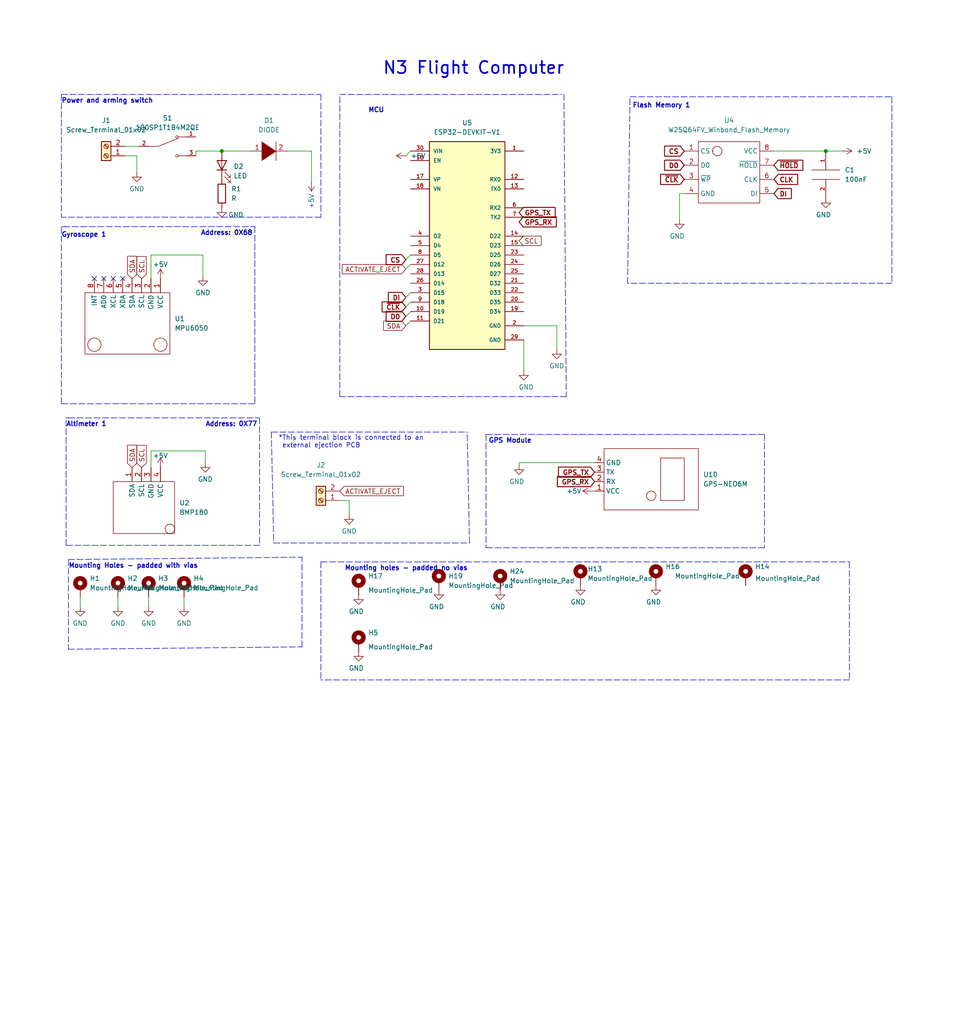
<source format=kicad_sch>
(kicad_sch (version 20211123) (generator eeschema)

  (uuid 5e3072e2-f098-464e-a811-fa315e713518)

  (paper "User" 260.807 275.412)

  (lib_symbols
    (symbol "Connector:Screw_Terminal_01x02" (pin_names (offset 1.016) hide) (in_bom yes) (on_board yes)
      (property "Reference" "J" (id 0) (at 0 2.54 0)
        (effects (font (size 1.27 1.27)))
      )
      (property "Value" "Screw_Terminal_01x02" (id 1) (at 0 -5.08 0)
        (effects (font (size 1.27 1.27)))
      )
      (property "Footprint" "" (id 2) (at 0 0 0)
        (effects (font (size 1.27 1.27)) hide)
      )
      (property "Datasheet" "~" (id 3) (at 0 0 0)
        (effects (font (size 1.27 1.27)) hide)
      )
      (property "ki_keywords" "screw terminal" (id 4) (at 0 0 0)
        (effects (font (size 1.27 1.27)) hide)
      )
      (property "ki_description" "Generic screw terminal, single row, 01x02, script generated (kicad-library-utils/schlib/autogen/connector/)" (id 5) (at 0 0 0)
        (effects (font (size 1.27 1.27)) hide)
      )
      (property "ki_fp_filters" "TerminalBlock*:*" (id 6) (at 0 0 0)
        (effects (font (size 1.27 1.27)) hide)
      )
      (symbol "Screw_Terminal_01x02_1_1"
        (rectangle (start -1.27 1.27) (end 1.27 -3.81)
          (stroke (width 0.254) (type default) (color 0 0 0 0))
          (fill (type background))
        )
        (circle (center 0 -2.54) (radius 0.635)
          (stroke (width 0.1524) (type default) (color 0 0 0 0))
          (fill (type none))
        )
        (polyline
          (pts
            (xy -0.5334 -2.2098)
            (xy 0.3302 -3.048)
          )
          (stroke (width 0.1524) (type default) (color 0 0 0 0))
          (fill (type none))
        )
        (polyline
          (pts
            (xy -0.5334 0.3302)
            (xy 0.3302 -0.508)
          )
          (stroke (width 0.1524) (type default) (color 0 0 0 0))
          (fill (type none))
        )
        (polyline
          (pts
            (xy -0.3556 -2.032)
            (xy 0.508 -2.8702)
          )
          (stroke (width 0.1524) (type default) (color 0 0 0 0))
          (fill (type none))
        )
        (polyline
          (pts
            (xy -0.3556 0.508)
            (xy 0.508 -0.3302)
          )
          (stroke (width 0.1524) (type default) (color 0 0 0 0))
          (fill (type none))
        )
        (circle (center 0 0) (radius 0.635)
          (stroke (width 0.1524) (type default) (color 0 0 0 0))
          (fill (type none))
        )
        (pin passive line (at -5.08 0 0) (length 3.81)
          (name "Pin_1" (effects (font (size 1.27 1.27))))
          (number "1" (effects (font (size 1.27 1.27))))
        )
        (pin passive line (at -5.08 -2.54 0) (length 3.81)
          (name "Pin_2" (effects (font (size 1.27 1.27))))
          (number "2" (effects (font (size 1.27 1.27))))
        )
      )
    )
    (symbol "Device:LED" (pin_numbers hide) (pin_names (offset 1.016) hide) (in_bom yes) (on_board yes)
      (property "Reference" "D" (id 0) (at 0 2.54 0)
        (effects (font (size 1.27 1.27)))
      )
      (property "Value" "LED" (id 1) (at 0 -2.54 0)
        (effects (font (size 1.27 1.27)))
      )
      (property "Footprint" "" (id 2) (at 0 0 0)
        (effects (font (size 1.27 1.27)) hide)
      )
      (property "Datasheet" "~" (id 3) (at 0 0 0)
        (effects (font (size 1.27 1.27)) hide)
      )
      (property "ki_keywords" "LED diode" (id 4) (at 0 0 0)
        (effects (font (size 1.27 1.27)) hide)
      )
      (property "ki_description" "Light emitting diode" (id 5) (at 0 0 0)
        (effects (font (size 1.27 1.27)) hide)
      )
      (property "ki_fp_filters" "LED* LED_SMD:* LED_THT:*" (id 6) (at 0 0 0)
        (effects (font (size 1.27 1.27)) hide)
      )
      (symbol "LED_0_1"
        (polyline
          (pts
            (xy -1.27 -1.27)
            (xy -1.27 1.27)
          )
          (stroke (width 0.254) (type default) (color 0 0 0 0))
          (fill (type none))
        )
        (polyline
          (pts
            (xy -1.27 0)
            (xy 1.27 0)
          )
          (stroke (width 0) (type default) (color 0 0 0 0))
          (fill (type none))
        )
        (polyline
          (pts
            (xy 1.27 -1.27)
            (xy 1.27 1.27)
            (xy -1.27 0)
            (xy 1.27 -1.27)
          )
          (stroke (width 0.254) (type default) (color 0 0 0 0))
          (fill (type none))
        )
        (polyline
          (pts
            (xy -3.048 -0.762)
            (xy -4.572 -2.286)
            (xy -3.81 -2.286)
            (xy -4.572 -2.286)
            (xy -4.572 -1.524)
          )
          (stroke (width 0) (type default) (color 0 0 0 0))
          (fill (type none))
        )
        (polyline
          (pts
            (xy -1.778 -0.762)
            (xy -3.302 -2.286)
            (xy -2.54 -2.286)
            (xy -3.302 -2.286)
            (xy -3.302 -1.524)
          )
          (stroke (width 0) (type default) (color 0 0 0 0))
          (fill (type none))
        )
      )
      (symbol "LED_1_1"
        (pin passive line (at -3.81 0 0) (length 2.54)
          (name "K" (effects (font (size 1.27 1.27))))
          (number "1" (effects (font (size 1.27 1.27))))
        )
        (pin passive line (at 3.81 0 180) (length 2.54)
          (name "A" (effects (font (size 1.27 1.27))))
          (number "2" (effects (font (size 1.27 1.27))))
        )
      )
    )
    (symbol "Device:R" (pin_numbers hide) (pin_names (offset 0)) (in_bom yes) (on_board yes)
      (property "Reference" "R" (id 0) (at 2.032 0 90)
        (effects (font (size 1.27 1.27)))
      )
      (property "Value" "R" (id 1) (at 0 0 90)
        (effects (font (size 1.27 1.27)))
      )
      (property "Footprint" "" (id 2) (at -1.778 0 90)
        (effects (font (size 1.27 1.27)) hide)
      )
      (property "Datasheet" "~" (id 3) (at 0 0 0)
        (effects (font (size 1.27 1.27)) hide)
      )
      (property "ki_keywords" "R res resistor" (id 4) (at 0 0 0)
        (effects (font (size 1.27 1.27)) hide)
      )
      (property "ki_description" "Resistor" (id 5) (at 0 0 0)
        (effects (font (size 1.27 1.27)) hide)
      )
      (property "ki_fp_filters" "R_*" (id 6) (at 0 0 0)
        (effects (font (size 1.27 1.27)) hide)
      )
      (symbol "R_0_1"
        (rectangle (start -1.016 -2.54) (end 1.016 2.54)
          (stroke (width 0.254) (type default) (color 0 0 0 0))
          (fill (type none))
        )
      )
      (symbol "R_1_1"
        (pin passive line (at 0 3.81 270) (length 1.27)
          (name "~" (effects (font (size 1.27 1.27))))
          (number "1" (effects (font (size 1.27 1.27))))
        )
        (pin passive line (at 0 -3.81 90) (length 1.27)
          (name "~" (effects (font (size 1.27 1.27))))
          (number "2" (effects (font (size 1.27 1.27))))
        )
      )
    )
    (symbol "ESP32-DEVKIT-V1:ESP32-DEVKIT-V1" (pin_names (offset 1.016)) (in_bom yes) (on_board yes)
      (property "Reference" "U5" (id 0) (at 0 33.02 0)
        (effects (font (size 1.27 1.27)))
      )
      (property "Value" "ESP32-DEVKIT-V1" (id 1) (at 0 30.48 0)
        (effects (font (size 1.27 1.27)))
      )
      (property "Footprint" "MODULE_ESP32_DEVKIT_V1" (id 2) (at 0 0 0)
        (effects (font (size 1.27 1.27)) (justify left bottom) hide)
      )
      (property "Datasheet" "" (id 3) (at 0 0 0)
        (effects (font (size 1.27 1.27)) (justify left bottom) hide)
      )
      (property "PARTREV" "N/A" (id 4) (at 0 0 0)
        (effects (font (size 1.27 1.27)) (justify left bottom) hide)
      )
      (property "STANDARD" "Manufacturer Recommendations" (id 5) (at 0 0 0)
        (effects (font (size 1.27 1.27)) (justify left bottom) hide)
      )
      (property "MAXIMUM_PACKAGE_HEIGHT" "6.8 mm" (id 6) (at 0 0 0)
        (effects (font (size 1.27 1.27)) (justify left bottom) hide)
      )
      (property "MANUFACTURER" "DOIT" (id 7) (at 0 0 0)
        (effects (font (size 1.27 1.27)) (justify left bottom) hide)
      )
      (property "ki_locked" "" (id 8) (at 0 0 0)
        (effects (font (size 1.27 1.27)))
      )
      (symbol "ESP32-DEVKIT-V1_0_0"
        (rectangle (start -10.16 -27.94) (end 10.16 27.94)
          (stroke (width 0.254) (type default) (color 0 0 0 0))
          (fill (type background))
        )
        (pin output line (at 15.24 25.4 180) (length 5.08)
          (name "3V3" (effects (font (size 1.016 1.016))))
          (number "1" (effects (font (size 1.016 1.016))))
        )
        (pin bidirectional line (at -15.24 -17.78 0) (length 5.08)
          (name "D19" (effects (font (size 1.016 1.016))))
          (number "10" (effects (font (size 1.016 1.016))))
        )
        (pin bidirectional line (at -15.24 -20.32 0) (length 5.08)
          (name "D21" (effects (font (size 1.016 1.016))))
          (number "11" (effects (font (size 1.016 1.016))))
        )
        (pin input line (at 15.24 17.78 180) (length 5.08)
          (name "RX0" (effects (font (size 1.016 1.016))))
          (number "12" (effects (font (size 1.016 1.016))))
        )
        (pin output line (at 15.24 15.24 180) (length 5.08)
          (name "TX0" (effects (font (size 1.016 1.016))))
          (number "13" (effects (font (size 1.016 1.016))))
        )
        (pin bidirectional line (at 15.24 2.54 180) (length 5.08)
          (name "D22" (effects (font (size 1.016 1.016))))
          (number "14" (effects (font (size 1.016 1.016))))
        )
        (pin bidirectional line (at 15.24 0 180) (length 5.08)
          (name "D23" (effects (font (size 1.016 1.016))))
          (number "15" (effects (font (size 1.016 1.016))))
        )
        (pin input line (at -15.24 22.86 0) (length 5.08)
          (name "EN" (effects (font (size 1.016 1.016))))
          (number "16" (effects (font (size 1.016 1.016))))
        )
        (pin bidirectional line (at -15.24 17.78 0) (length 5.08)
          (name "VP" (effects (font (size 1.016 1.016))))
          (number "17" (effects (font (size 1.016 1.016))))
        )
        (pin bidirectional line (at -15.24 15.24 0) (length 5.08)
          (name "VN" (effects (font (size 1.016 1.016))))
          (number "18" (effects (font (size 1.016 1.016))))
        )
        (pin bidirectional line (at 15.24 -17.78 180) (length 5.08)
          (name "D34" (effects (font (size 1.016 1.016))))
          (number "19" (effects (font (size 1.016 1.016))))
        )
        (pin power_in line (at 15.24 -21.59 180) (length 5.08)
          (name "GND" (effects (font (size 1.016 1.016))))
          (number "2" (effects (font (size 1.016 1.016))))
        )
        (pin bidirectional line (at 15.24 -15.24 180) (length 5.08)
          (name "D35" (effects (font (size 1.016 1.016))))
          (number "20" (effects (font (size 1.016 1.016))))
        )
        (pin bidirectional line (at 15.24 -10.16 180) (length 5.08)
          (name "D32" (effects (font (size 1.016 1.016))))
          (number "21" (effects (font (size 1.016 1.016))))
        )
        (pin bidirectional line (at 15.24 -12.7 180) (length 5.08)
          (name "D33" (effects (font (size 1.016 1.016))))
          (number "22" (effects (font (size 1.016 1.016))))
        )
        (pin bidirectional line (at 15.24 -2.54 180) (length 5.08)
          (name "D25" (effects (font (size 1.016 1.016))))
          (number "23" (effects (font (size 1.016 1.016))))
        )
        (pin bidirectional line (at 15.24 -5.08 180) (length 5.08)
          (name "D26" (effects (font (size 1.016 1.016))))
          (number "24" (effects (font (size 1.016 1.016))))
        )
        (pin bidirectional line (at 15.24 -7.62 180) (length 5.08)
          (name "D27" (effects (font (size 1.016 1.016))))
          (number "25" (effects (font (size 1.016 1.016))))
        )
        (pin bidirectional line (at -15.24 -10.16 0) (length 5.08)
          (name "D14" (effects (font (size 1.016 1.016))))
          (number "26" (effects (font (size 1.016 1.016))))
        )
        (pin bidirectional line (at -15.24 -5.08 0) (length 5.08)
          (name "D12" (effects (font (size 1.016 1.016))))
          (number "27" (effects (font (size 1.016 1.016))))
        )
        (pin bidirectional line (at -15.24 -7.62 0) (length 5.08)
          (name "D13" (effects (font (size 1.016 1.016))))
          (number "28" (effects (font (size 1.016 1.016))))
        )
        (pin power_in line (at 15.24 -25.4 180) (length 5.08)
          (name "GND" (effects (font (size 1.016 1.016))))
          (number "29" (effects (font (size 1.016 1.016))))
        )
        (pin bidirectional line (at -15.24 -12.7 0) (length 5.08)
          (name "D15" (effects (font (size 1.016 1.016))))
          (number "3" (effects (font (size 1.016 1.016))))
        )
        (pin input line (at -15.24 25.4 0) (length 5.08)
          (name "VIN" (effects (font (size 1.016 1.016))))
          (number "30" (effects (font (size 1.016 1.016))))
        )
        (pin bidirectional line (at -15.24 2.54 0) (length 5.08)
          (name "D2" (effects (font (size 1.016 1.016))))
          (number "4" (effects (font (size 1.016 1.016))))
        )
        (pin bidirectional line (at -15.24 0 0) (length 5.08)
          (name "D4" (effects (font (size 1.016 1.016))))
          (number "5" (effects (font (size 1.016 1.016))))
        )
        (pin input line (at 15.24 10.16 180) (length 5.08)
          (name "RX2" (effects (font (size 1.016 1.016))))
          (number "6" (effects (font (size 1.016 1.016))))
        )
        (pin output line (at 15.24 7.62 180) (length 5.08)
          (name "TX2" (effects (font (size 1.016 1.016))))
          (number "7" (effects (font (size 1.016 1.016))))
        )
        (pin bidirectional line (at -15.24 -2.54 0) (length 5.08)
          (name "D5" (effects (font (size 1.016 1.016))))
          (number "8" (effects (font (size 1.016 1.016))))
        )
        (pin bidirectional line (at -15.24 -15.24 0) (length 5.08)
          (name "D18" (effects (font (size 1.016 1.016))))
          (number "9" (effects (font (size 1.016 1.016))))
        )
      )
    )
    (symbol "Mechanical:MountingHole_Pad" (pin_numbers hide) (pin_names (offset 1.016) hide) (in_bom yes) (on_board yes)
      (property "Reference" "H" (id 0) (at 0 6.35 0)
        (effects (font (size 1.27 1.27)))
      )
      (property "Value" "MountingHole_Pad" (id 1) (at 0 4.445 0)
        (effects (font (size 1.27 1.27)))
      )
      (property "Footprint" "" (id 2) (at 0 0 0)
        (effects (font (size 1.27 1.27)) hide)
      )
      (property "Datasheet" "~" (id 3) (at 0 0 0)
        (effects (font (size 1.27 1.27)) hide)
      )
      (property "ki_keywords" "mounting hole" (id 4) (at 0 0 0)
        (effects (font (size 1.27 1.27)) hide)
      )
      (property "ki_description" "Mounting Hole with connection" (id 5) (at 0 0 0)
        (effects (font (size 1.27 1.27)) hide)
      )
      (property "ki_fp_filters" "MountingHole*Pad*" (id 6) (at 0 0 0)
        (effects (font (size 1.27 1.27)) hide)
      )
      (symbol "MountingHole_Pad_0_1"
        (circle (center 0 1.27) (radius 1.27)
          (stroke (width 1.27) (type default) (color 0 0 0 0))
          (fill (type none))
        )
      )
      (symbol "MountingHole_Pad_1_1"
        (pin input line (at 0 -2.54 90) (length 2.54)
          (name "1" (effects (font (size 1.27 1.27))))
          (number "1" (effects (font (size 1.27 1.27))))
        )
      )
    )
    (symbol "modules:BMP180" (in_bom yes) (on_board yes)
      (property "Reference" "U" (id 0) (at 8.89 -10.16 0)
        (effects (font (size 1.27 1.27)))
      )
      (property "Value" "BMP180" (id 1) (at 8.89 -7.62 0)
        (effects (font (size 1.27 1.27)))
      )
      (property "Footprint" "" (id 2) (at 8.89 -7.62 0)
        (effects (font (size 1.27 1.27)) hide)
      )
      (property "Datasheet" "" (id 3) (at 8.89 -7.62 0)
        (effects (font (size 1.27 1.27)) hide)
      )
      (symbol "BMP180_0_1"
        (rectangle (start 0 0) (end 16.51 -13.97)
          (stroke (width 0) (type default) (color 0 0 0 0))
          (fill (type none))
        )
        (circle (center 15.24 -12.7) (radius 1.27)
          (stroke (width 0) (type default) (color 0 0 0 0))
          (fill (type none))
        )
      )
      (symbol "BMP180_1_1"
        (pin passive line (at 5.08 3.81 270) (length 3.81)
          (name "SDA" (effects (font (size 1.27 1.27))))
          (number "1" (effects (font (size 1.27 1.27))))
        )
        (pin passive line (at 7.62 3.81 270) (length 3.81)
          (name "SCL" (effects (font (size 1.27 1.27))))
          (number "2" (effects (font (size 1.27 1.27))))
        )
        (pin passive line (at 10.16 3.81 270) (length 3.81)
          (name "GND" (effects (font (size 1.27 1.27))))
          (number "3" (effects (font (size 1.27 1.27))))
        )
        (pin passive line (at 12.7 3.81 270) (length 3.81)
          (name "VCC" (effects (font (size 1.27 1.27))))
          (number "4" (effects (font (size 1.27 1.27))))
        )
      )
    )
    (symbol "modules:GPS-NEO6M" (in_bom yes) (on_board yes)
      (property "Reference" "U" (id 0) (at 12.7 1.27 0)
        (effects (font (size 1.27 1.27)))
      )
      (property "Value" "GPS-NEO6M" (id 1) (at 12.7 3.81 0)
        (effects (font (size 1.27 1.27)))
      )
      (property "Footprint" "" (id 2) (at 6.35 1.27 0)
        (effects (font (size 1.27 1.27)) hide)
      )
      (property "Datasheet" "" (id 3) (at 6.35 1.27 0)
        (effects (font (size 1.27 1.27)) hide)
      )
      (symbol "GPS-NEO6M_0_1"
        (rectangle (start 0 0) (end 25.4 -16.51)
          (stroke (width 0) (type default) (color 0 0 0 0))
          (fill (type none))
        )
        (circle (center 12.7 -12.7) (radius 1.27)
          (stroke (width 0) (type default) (color 0 0 0 0))
          (fill (type none))
        )
        (rectangle (start 15.24 -2.54) (end 21.59 -13.97)
          (stroke (width 0) (type default) (color 0 0 0 0))
          (fill (type none))
        )
      )
      (symbol "GPS-NEO6M_1_1"
        (pin input line (at -2.54 -11.43 0) (length 2.54)
          (name "VCC" (effects (font (size 1.27 1.27))))
          (number "1" (effects (font (size 1.27 1.27))))
        )
        (pin input line (at -2.54 -8.89 0) (length 2.54)
          (name "RX" (effects (font (size 1.27 1.27))))
          (number "2" (effects (font (size 1.27 1.27))))
        )
        (pin input line (at -2.54 -6.35 0) (length 2.54)
          (name "TX" (effects (font (size 1.27 1.27))))
          (number "3" (effects (font (size 1.27 1.27))))
        )
        (pin input line (at -2.54 -3.81 0) (length 2.54)
          (name "GND" (effects (font (size 1.27 1.27))))
          (number "4" (effects (font (size 1.27 1.27))))
        )
      )
    )
    (symbol "modules:MPU6050" (in_bom yes) (on_board yes)
      (property "Reference" "U" (id 0) (at 11.43 -7.62 0)
        (effects (font (size 1.27 1.27)))
      )
      (property "Value" "MPU6050" (id 1) (at 11.43 -10.16 0)
        (effects (font (size 1.27 1.27)))
      )
      (property "Footprint" "" (id 2) (at 3.81 -15.24 0)
        (effects (font (size 1.27 1.27)) hide)
      )
      (property "Datasheet" "" (id 3) (at 3.81 -15.24 0)
        (effects (font (size 1.27 1.27)) hide)
      )
      (symbol "MPU6050_0_1"
        (rectangle (start 0 0) (end 22.86 -16.51)
          (stroke (width 0) (type default) (color 0 0 0 0))
          (fill (type none))
        )
        (circle (center 2.54 -13.97) (radius 1.7961)
          (stroke (width 0) (type default) (color 0 0 0 0))
          (fill (type none))
        )
        (circle (center 20.32 -13.97) (radius 1.7961)
          (stroke (width 0) (type default) (color 0 0 0 0))
          (fill (type none))
        )
      )
      (symbol "MPU6050_1_1"
        (pin passive line (at 20.32 3.81 270) (length 3.81)
          (name "VCC" (effects (font (size 1.27 1.27))))
          (number "1" (effects (font (size 1.27 1.27))))
        )
        (pin passive line (at 17.78 3.81 270) (length 3.81)
          (name "GND" (effects (font (size 1.27 1.27))))
          (number "2" (effects (font (size 1.27 1.27))))
        )
        (pin passive line (at 15.24 3.81 270) (length 3.81)
          (name "SCL" (effects (font (size 1.27 1.27))))
          (number "3" (effects (font (size 1.27 1.27))))
        )
        (pin passive line (at 12.7 3.81 270) (length 3.81)
          (name "SDA" (effects (font (size 1.27 1.27))))
          (number "4" (effects (font (size 1.27 1.27))))
        )
        (pin passive line (at 10.16 3.81 270) (length 3.81)
          (name "XDA" (effects (font (size 1.27 1.27))))
          (number "5" (effects (font (size 1.27 1.27))))
        )
        (pin passive line (at 7.62 3.81 270) (length 3.81)
          (name "XCL" (effects (font (size 1.27 1.27))))
          (number "6" (effects (font (size 1.27 1.27))))
        )
        (pin passive line (at 5.08 3.81 270) (length 3.81)
          (name "AD0" (effects (font (size 1.27 1.27))))
          (number "7" (effects (font (size 1.27 1.27))))
        )
        (pin passive line (at 2.54 3.81 270) (length 3.81)
          (name "INT" (effects (font (size 1.27 1.27))))
          (number "8" (effects (font (size 1.27 1.27))))
        )
      )
    )
    (symbol "modules:W25Q64FV_Winbond_Flash_Memory" (in_bom yes) (on_board yes)
      (property "Reference" "U" (id 0) (at 7.62 1.27 0)
        (effects (font (size 1.27 1.27)))
      )
      (property "Value" "W25Q64FV_Winbond_Flash_Memory" (id 1) (at 10.16 3.81 0)
        (effects (font (size 1.27 1.27)))
      )
      (property "Footprint" "" (id 2) (at 10.16 3.81 0)
        (effects (font (size 1.27 1.27)) hide)
      )
      (property "Datasheet" "" (id 3) (at 10.16 3.81 0)
        (effects (font (size 1.27 1.27)) hide)
      )
      (symbol "W25Q64FV_Winbond_Flash_Memory_0_1"
        (rectangle (start 0 0) (end 16.51 -16.51)
          (stroke (width 0) (type default) (color 0 0 0 0))
          (fill (type none))
        )
        (circle (center 3.81 -2.54) (radius 0.0001)
          (stroke (width 0) (type default) (color 0 0 0 0))
          (fill (type none))
        )
        (circle (center 5.08 -2.54) (radius 1.27)
          (stroke (width 0) (type default) (color 0 0 0 0))
          (fill (type none))
        )
      )
      (symbol "W25Q64FV_Winbond_Flash_Memory_1_1"
        (pin passive line (at -3.81 -2.54 0) (length 3.81)
          (name "CS" (effects (font (size 1.27 1.27))))
          (number "1" (effects (font (size 1.27 1.27))))
        )
        (pin passive line (at -3.81 -6.35 0) (length 3.81)
          (name "D0" (effects (font (size 1.27 1.27))))
          (number "2" (effects (font (size 1.27 1.27))))
        )
        (pin passive line (at -3.81 -10.16 0) (length 3.81)
          (name "~{WP}" (effects (font (size 1.27 1.27))))
          (number "3" (effects (font (size 1.27 1.27))))
        )
        (pin passive line (at -3.81 -13.97 0) (length 3.81)
          (name "GND" (effects (font (size 1.27 1.27))))
          (number "4" (effects (font (size 1.27 1.27))))
        )
        (pin passive line (at 20.32 -13.97 180) (length 3.81)
          (name "DI" (effects (font (size 1.27 1.27))))
          (number "5" (effects (font (size 1.27 1.27))))
        )
        (pin passive line (at 20.32 -10.16 180) (length 3.81)
          (name "CLK" (effects (font (size 1.27 1.27))))
          (number "6" (effects (font (size 1.27 1.27))))
        )
        (pin passive line (at 20.32 -6.35 180) (length 3.81)
          (name "~{HOLD}" (effects (font (size 1.27 1.27))))
          (number "7" (effects (font (size 1.27 1.27))))
        )
        (pin passive line (at 20.32 -2.54 180) (length 3.81)
          (name "VCC" (effects (font (size 1.27 1.27))))
          (number "8" (effects (font (size 1.27 1.27))))
        )
      )
    )
    (symbol "power:+5V" (power) (pin_names (offset 0)) (in_bom yes) (on_board yes)
      (property "Reference" "#PWR" (id 0) (at 0 -3.81 0)
        (effects (font (size 1.27 1.27)) hide)
      )
      (property "Value" "+5V" (id 1) (at 0 3.556 0)
        (effects (font (size 1.27 1.27)))
      )
      (property "Footprint" "" (id 2) (at 0 0 0)
        (effects (font (size 1.27 1.27)) hide)
      )
      (property "Datasheet" "" (id 3) (at 0 0 0)
        (effects (font (size 1.27 1.27)) hide)
      )
      (property "ki_keywords" "power-flag" (id 4) (at 0 0 0)
        (effects (font (size 1.27 1.27)) hide)
      )
      (property "ki_description" "Power symbol creates a global label with name \"+5V\"" (id 5) (at 0 0 0)
        (effects (font (size 1.27 1.27)) hide)
      )
      (symbol "+5V_0_1"
        (polyline
          (pts
            (xy -0.762 1.27)
            (xy 0 2.54)
          )
          (stroke (width 0) (type default) (color 0 0 0 0))
          (fill (type none))
        )
        (polyline
          (pts
            (xy 0 0)
            (xy 0 2.54)
          )
          (stroke (width 0) (type default) (color 0 0 0 0))
          (fill (type none))
        )
        (polyline
          (pts
            (xy 0 2.54)
            (xy 0.762 1.27)
          )
          (stroke (width 0) (type default) (color 0 0 0 0))
          (fill (type none))
        )
      )
      (symbol "+5V_1_1"
        (pin power_in line (at 0 0 90) (length 0) hide
          (name "+5V" (effects (font (size 1.27 1.27))))
          (number "1" (effects (font (size 1.27 1.27))))
        )
      )
    )
    (symbol "power:GND" (power) (pin_names (offset 0)) (in_bom yes) (on_board yes)
      (property "Reference" "#PWR" (id 0) (at 0 -6.35 0)
        (effects (font (size 1.27 1.27)) hide)
      )
      (property "Value" "GND" (id 1) (at 0 -3.81 0)
        (effects (font (size 1.27 1.27)))
      )
      (property "Footprint" "" (id 2) (at 0 0 0)
        (effects (font (size 1.27 1.27)) hide)
      )
      (property "Datasheet" "" (id 3) (at 0 0 0)
        (effects (font (size 1.27 1.27)) hide)
      )
      (property "ki_keywords" "power-flag" (id 4) (at 0 0 0)
        (effects (font (size 1.27 1.27)) hide)
      )
      (property "ki_description" "Power symbol creates a global label with name \"GND\" , ground" (id 5) (at 0 0 0)
        (effects (font (size 1.27 1.27)) hide)
      )
      (symbol "GND_0_1"
        (polyline
          (pts
            (xy 0 0)
            (xy 0 -1.27)
            (xy 1.27 -1.27)
            (xy 0 -2.54)
            (xy -1.27 -1.27)
            (xy 0 -1.27)
          )
          (stroke (width 0) (type default) (color 0 0 0 0))
          (fill (type none))
        )
      )
      (symbol "GND_1_1"
        (pin power_in line (at 0 0 270) (length 0) hide
          (name "GND" (effects (font (size 1.27 1.27))))
          (number "1" (effects (font (size 1.27 1.27))))
        )
      )
    )
    (symbol "pspice:CAP" (pin_names (offset 0.254)) (in_bom yes) (on_board yes)
      (property "Reference" "C" (id 0) (at 2.54 3.81 90)
        (effects (font (size 1.27 1.27)))
      )
      (property "Value" "CAP" (id 1) (at 2.54 -3.81 90)
        (effects (font (size 1.27 1.27)))
      )
      (property "Footprint" "" (id 2) (at 0 0 0)
        (effects (font (size 1.27 1.27)) hide)
      )
      (property "Datasheet" "~" (id 3) (at 0 0 0)
        (effects (font (size 1.27 1.27)) hide)
      )
      (property "ki_keywords" "simulation" (id 4) (at 0 0 0)
        (effects (font (size 1.27 1.27)) hide)
      )
      (property "ki_description" "Capacitor symbol for simulation only" (id 5) (at 0 0 0)
        (effects (font (size 1.27 1.27)) hide)
      )
      (symbol "CAP_0_1"
        (polyline
          (pts
            (xy -3.81 -1.27)
            (xy 3.81 -1.27)
          )
          (stroke (width 0) (type default) (color 0 0 0 0))
          (fill (type none))
        )
        (polyline
          (pts
            (xy -3.81 1.27)
            (xy 3.81 1.27)
          )
          (stroke (width 0) (type default) (color 0 0 0 0))
          (fill (type none))
        )
      )
      (symbol "CAP_1_1"
        (pin passive line (at 0 6.35 270) (length 5.08)
          (name "~" (effects (font (size 1.016 1.016))))
          (number "1" (effects (font (size 1.016 1.016))))
        )
        (pin passive line (at 0 -6.35 90) (length 5.08)
          (name "~" (effects (font (size 1.016 1.016))))
          (number "2" (effects (font (size 1.016 1.016))))
        )
      )
    )
    (symbol "pspice:DIODE" (pin_names (offset 1.016) hide) (in_bom yes) (on_board yes)
      (property "Reference" "D" (id 0) (at 0 3.81 0)
        (effects (font (size 1.27 1.27)))
      )
      (property "Value" "DIODE" (id 1) (at 0 -4.445 0)
        (effects (font (size 1.27 1.27)))
      )
      (property "Footprint" "" (id 2) (at 0 0 0)
        (effects (font (size 1.27 1.27)) hide)
      )
      (property "Datasheet" "~" (id 3) (at 0 0 0)
        (effects (font (size 1.27 1.27)) hide)
      )
      (property "ki_keywords" "simulation" (id 4) (at 0 0 0)
        (effects (font (size 1.27 1.27)) hide)
      )
      (property "ki_description" "Diode symbol for simulation only. Pin order incompatible with official kicad footprints" (id 5) (at 0 0 0)
        (effects (font (size 1.27 1.27)) hide)
      )
      (symbol "DIODE_0_1"
        (polyline
          (pts
            (xy 1.905 2.54)
            (xy 1.905 -2.54)
          )
          (stroke (width 0) (type default) (color 0 0 0 0))
          (fill (type none))
        )
        (polyline
          (pts
            (xy -1.905 2.54)
            (xy -1.905 -2.54)
            (xy 1.905 0)
          )
          (stroke (width 0) (type default) (color 0 0 0 0))
          (fill (type outline))
        )
      )
      (symbol "DIODE_1_1"
        (pin input line (at -5.08 0 0) (length 3.81)
          (name "K" (effects (font (size 1.27 1.27))))
          (number "1" (effects (font (size 1.27 1.27))))
        )
        (pin input line (at 5.08 0 180) (length 3.81)
          (name "A" (effects (font (size 1.27 1.27))))
          (number "2" (effects (font (size 1.27 1.27))))
        )
      )
    )
    (symbol "toggle-switch:100SP1T1B4M2QE" (pin_names (offset 1.016) hide) (in_bom yes) (on_board yes)
      (property "Reference" "S" (id 0) (at -2.54 5.08 0)
        (effects (font (size 1.27 1.27)) (justify left bottom))
      )
      (property "Value" "100SP1T1B4M2QE" (id 1) (at -2.54 -5.08 0)
        (effects (font (size 1.27 1.27)) (justify left bottom))
      )
      (property "Footprint" "SW_100SP1T1B4M2QE" (id 2) (at 0 0 0)
        (effects (font (size 1.27 1.27)) (justify left bottom) hide)
      )
      (property "Datasheet" "" (id 3) (at 0 0 0)
        (effects (font (size 1.27 1.27)) (justify left bottom) hide)
      )
      (property "PARTREV" "E" (id 4) (at 0 0 0)
        (effects (font (size 1.27 1.27)) (justify left bottom) hide)
      )
      (property "MANUFACTURER" "E-Switch" (id 5) (at 0 0 0)
        (effects (font (size 1.27 1.27)) (justify left bottom) hide)
      )
      (property "MAXIMUM_PACKAGE_HEIGHT" "29.68 mm" (id 6) (at 0 0 0)
        (effects (font (size 1.27 1.27)) (justify left bottom) hide)
      )
      (property "STANDARD" "Manufacturer Recommendations" (id 7) (at 0 0 0)
        (effects (font (size 1.27 1.27)) (justify left bottom) hide)
      )
      (property "ki_locked" "" (id 8) (at 0 0 0)
        (effects (font (size 1.27 1.27)))
      )
      (symbol "100SP1T1B4M2QE_0_0"
        (polyline
          (pts
            (xy -2.54 0)
            (xy -5.08 0)
          )
          (stroke (width 0.1524) (type default) (color 0 0 0 0))
          (fill (type none))
        )
        (polyline
          (pts
            (xy -2.54 0)
            (xy 2.794 2.1336)
          )
          (stroke (width 0.1524) (type default) (color 0 0 0 0))
          (fill (type none))
        )
        (polyline
          (pts
            (xy 5.08 -2.54)
            (xy 2.921 -2.54)
          )
          (stroke (width 0.1524) (type default) (color 0 0 0 0))
          (fill (type none))
        )
        (polyline
          (pts
            (xy 5.08 2.54)
            (xy 2.921 2.54)
          )
          (stroke (width 0.1524) (type default) (color 0 0 0 0))
          (fill (type none))
        )
        (circle (center 2.54 -2.54) (radius 0.3302)
          (stroke (width 0.1524) (type default) (color 0 0 0 0))
          (fill (type none))
        )
        (circle (center 2.54 2.54) (radius 0.3302)
          (stroke (width 0.1524) (type default) (color 0 0 0 0))
          (fill (type none))
        )
        (pin passive line (at 7.62 2.54 180) (length 2.54)
          (name "~" (effects (font (size 1.016 1.016))))
          (number "1" (effects (font (size 1.016 1.016))))
        )
        (pin passive line (at -7.62 0 0) (length 2.54)
          (name "~" (effects (font (size 1.016 1.016))))
          (number "2" (effects (font (size 1.016 1.016))))
        )
        (pin passive line (at 7.62 -2.54 180) (length 2.54)
          (name "~" (effects (font (size 1.016 1.016))))
          (number "3" (effects (font (size 1.016 1.016))))
        )
      )
    )
  )

  (junction (at 222.25 40.64) (diameter 0) (color 0 0 0 0)
    (uuid 02e6ce7a-2a84-446b-8a1b-1fef1cd95dea)
  )
  (junction (at 59.69 40.64) (diameter 0) (color 0 0 0 0)
    (uuid 7ec1267a-afd9-41b8-9eea-541e49e22db3)
  )

  (no_connect (at 33.02 74.93) (uuid c70f4e72-f9ef-48f4-a6b5-ea790a700f8b))
  (no_connect (at 30.48 74.93) (uuid c70f4e72-f9ef-48f4-a6b5-ea790a700f8c))
  (no_connect (at 27.94 74.93) (uuid c70f4e72-f9ef-48f4-a6b5-ea790a700f8d))
  (no_connect (at 25.4 74.93) (uuid c70f4e72-f9ef-48f4-a6b5-ea790a700f8e))

  (polyline (pts (xy 16.51 108.585) (xy 16.51 60.96))
    (stroke (width 0) (type default) (color 0 0 0 0))
    (uuid 01fd6a8e-ab91-4c11-ac31-48ec7ccb828e)
  )
  (polyline (pts (xy 228.6 182.88) (xy 86.36 182.88))
    (stroke (width 0) (type default) (color 0 0 0 0))
    (uuid 0724d3d7-9c57-4c75-be26-53b8912cc2a4)
  )

  (wire (pts (xy 91.44 134.62) (xy 93.98 134.62))
    (stroke (width 0) (type default) (color 0 0 0 0))
    (uuid 08e64f21-dec8-4b5d-9d9b-fe3e5c42fac6)
  )
  (wire (pts (xy 40.005 160.655) (xy 40.005 163.195))
    (stroke (width 0) (type default) (color 0 0 0 0))
    (uuid 0aa64793-483f-4320-ad45-914698381e40)
  )
  (wire (pts (xy 110.49 81.28) (xy 109.22 82.55))
    (stroke (width 0) (type default) (color 0 0 0 0))
    (uuid 0d2a7a94-d381-4921-8937-0248bcdaefc2)
  )
  (wire (pts (xy 49.53 160.655) (xy 49.53 163.195))
    (stroke (width 0) (type default) (color 0 0 0 0))
    (uuid 1401b405-db57-4d46-8ddc-cba63211dc11)
  )
  (wire (pts (xy 55.245 121.285) (xy 55.245 124.46))
    (stroke (width 0) (type default) (color 0 0 0 0))
    (uuid 15f563a6-32b6-4d7d-8929-d3d473e97036)
  )
  (wire (pts (xy 40.64 74.93) (xy 40.64 68.58))
    (stroke (width 0) (type default) (color 0 0 0 0))
    (uuid 17472543-95d0-459f-bc06-3f4096af67c4)
  )
  (polyline (pts (xy 73.025 116.205) (xy 125.73 116.205))
    (stroke (width 0) (type default) (color 0 0 0 0))
    (uuid 1a0d162e-34c5-47b3-82dc-00f1112367f4)
  )
  (polyline (pts (xy 169.545 26.035) (xy 240.03 26.035))
    (stroke (width 0) (type default) (color 0 0 0 0))
    (uuid 1ab9c4f0-180a-4cc9-ad3e-62906028cd33)
  )

  (wire (pts (xy 140.97 63.5) (xy 139.7 64.77))
    (stroke (width 0) (type default) (color 0 0 0 0))
    (uuid 1b42ce0b-9f2b-449b-8946-c1e3fb1bbfef)
  )
  (wire (pts (xy 140.97 91.44) (xy 140.97 99.695))
    (stroke (width 0) (type default) (color 0 0 0 0))
    (uuid 21f243c4-d9c2-44cf-b57a-bf5bdd9e89ff)
  )
  (polyline (pts (xy 91.44 106.68) (xy 91.44 59.69))
    (stroke (width 0) (type default) (color 0 0 0 0))
    (uuid 2256c30a-0799-457c-9087-8e3cd945b2cb)
  )

  (wire (pts (xy 110.49 86.36) (xy 109.22 87.63))
    (stroke (width 0) (type default) (color 0 0 0 0))
    (uuid 23a3a687-f974-4c8b-a2f7-9af622034e91)
  )
  (wire (pts (xy 52.705 40.64) (xy 52.705 41.91))
    (stroke (width 0) (type default) (color 0 0 0 0))
    (uuid 27e3f901-d944-48c0-9222-23eaac46ab8b)
  )
  (polyline (pts (xy 16.51 60.96) (xy 17.78 60.96))
    (stroke (width 0) (type default) (color 0 0 0 0))
    (uuid 2f6fb80d-0a25-46db-9afd-e43d08885ef2)
  )

  (wire (pts (xy 77.47 40.64) (xy 83.82 40.64))
    (stroke (width 0) (type default) (color 0 0 0 0))
    (uuid 32c7de8c-8da0-40ab-b61f-073bef8b57fd)
  )
  (polyline (pts (xy 205.74 147.32) (xy 130.81 147.32))
    (stroke (width 0) (type default) (color 0 0 0 0))
    (uuid 3671e869-2b4d-427d-b88a-e5623a2269df)
  )

  (wire (pts (xy 139.7 124.46) (xy 139.7 125.095))
    (stroke (width 0) (type default) (color 0 0 0 0))
    (uuid 39d4fbd3-561e-4abb-91c3-b3df34566140)
  )
  (wire (pts (xy 40.64 121.285) (xy 55.245 121.285))
    (stroke (width 0) (type default) (color 0 0 0 0))
    (uuid 3de9c264-ab9f-4dac-af12-cda54ad66fe4)
  )
  (polyline (pts (xy 16.51 25.4) (xy 16.51 58.42))
    (stroke (width 0) (type default) (color 0 0 0 0))
    (uuid 3e6f9df4-36d9-43ff-847a-32d62b2f3da5)
  )
  (polyline (pts (xy 17.78 112.395) (xy 18.415 112.395))
    (stroke (width 0) (type default) (color 0 0 0 0))
    (uuid 424305f2-5d3f-44b7-a838-a0a6d912cc2b)
  )

  (wire (pts (xy 59.69 40.64) (xy 67.31 40.64))
    (stroke (width 0) (type default) (color 0 0 0 0))
    (uuid 48fef629-bee0-4ace-ab89-b8a1a8671709)
  )
  (wire (pts (xy 140.97 87.63) (xy 149.86 87.63))
    (stroke (width 0) (type default) (color 0 0 0 0))
    (uuid 499c6ba7-2732-407d-95a1-bed690ef2d99)
  )
  (polyline (pts (xy 152.4 106.68) (xy 91.44 106.68))
    (stroke (width 0) (type default) (color 0 0 0 0))
    (uuid 5249d4cd-316b-4a67-80b5-19981fa8edef)
  )

  (wire (pts (xy 140.97 55.88) (xy 139.7 57.15))
    (stroke (width 0) (type default) (color 0 0 0 0))
    (uuid 56330064-a6e4-4a18-9023-839d43730478)
  )
  (polyline (pts (xy 18.415 150.495) (xy 18.415 174.625))
    (stroke (width 0) (type default) (color 0 0 0 0))
    (uuid 588ff817-cdda-4062-8b1f-38d36cb81bf0)
  )
  (polyline (pts (xy 240.03 26.035) (xy 240.03 76.2))
    (stroke (width 0) (type default) (color 0 0 0 0))
    (uuid 5c4f684d-3d11-433a-8945-59211799fdb1)
  )
  (polyline (pts (xy 205.74 116.84) (xy 205.74 147.32))
    (stroke (width 0) (type default) (color 0 0 0 0))
    (uuid 5df5a75d-f91b-4c0d-904c-25643c739823)
  )
  (polyline (pts (xy 130.81 116.84) (xy 130.81 147.32))
    (stroke (width 0) (type default) (color 0 0 0 0))
    (uuid 61981e1e-c5b4-4c98-bb07-174dbfb49b41)
  )

  (wire (pts (xy 110.49 83.82) (xy 109.22 85.09))
    (stroke (width 0) (type default) (color 0 0 0 0))
    (uuid 6d90ed64-26ca-499c-bf4d-8c922e1497f4)
  )
  (polyline (pts (xy 168.91 76.2) (xy 169.545 26.035))
    (stroke (width 0) (type default) (color 0 0 0 0))
    (uuid 6e239f5c-934f-4ce7-87ba-a89619382012)
  )

  (wire (pts (xy 110.49 71.12) (xy 109.22 72.39))
    (stroke (width 0) (type default) (color 0 0 0 0))
    (uuid 78bee311-24c5-46a1-9b1c-6e68487b8ab7)
  )
  (polyline (pts (xy 68.58 60.96) (xy 68.58 108.585))
    (stroke (width 0) (type default) (color 0 0 0 0))
    (uuid 7ae0f1ec-da54-40f5-b41e-06ecde1ef538)
  )

  (wire (pts (xy 160.02 124.46) (xy 139.7 124.46))
    (stroke (width 0) (type default) (color 0 0 0 0))
    (uuid 820da88b-142b-4b98-8b50-40fc5f356fb0)
  )
  (polyline (pts (xy 126.365 146.05) (xy 125.73 116.205))
    (stroke (width 0) (type default) (color 0 0 0 0))
    (uuid 87da39cd-163d-4245-a029-01436e477559)
  )

  (wire (pts (xy 52.705 40.64) (xy 59.69 40.64))
    (stroke (width 0) (type default) (color 0 0 0 0))
    (uuid 881fa1c9-9858-4dbc-a1b6-d58c669f3104)
  )
  (polyline (pts (xy 17.145 60.96) (xy 68.58 60.96))
    (stroke (width 0) (type default) (color 0 0 0 0))
    (uuid 8e34e4af-4cca-4c7c-9d43-236e9d276b72)
  )

  (wire (pts (xy 33.655 39.37) (xy 37.465 39.37))
    (stroke (width 0) (type default) (color 0 0 0 0))
    (uuid 9786bedf-d6f2-4901-bed2-1b35d6ed4f7a)
  )
  (wire (pts (xy 184.15 52.07) (xy 182.88 52.07))
    (stroke (width 0) (type default) (color 0 0 0 0))
    (uuid 9820d538-fa21-4cfa-aaa1-b57d966292ae)
  )
  (wire (pts (xy 182.88 52.07) (xy 182.88 59.055))
    (stroke (width 0) (type default) (color 0 0 0 0))
    (uuid 9a7823ab-4891-44d6-8da3-a6cf0b691d97)
  )
  (polyline (pts (xy 81.28 173.99) (xy 81.28 149.86))
    (stroke (width 0) (type default) (color 0 0 0 0))
    (uuid 9b19a694-2f1b-4054-907a-440bd6929dc8)
  )

  (wire (pts (xy 149.86 87.63) (xy 149.86 93.98))
    (stroke (width 0) (type default) (color 0 0 0 0))
    (uuid 9d97fc55-600d-4ac3-9fb5-ab06d1f91283)
  )
  (wire (pts (xy 159.385 132.08) (xy 160.02 132.08))
    (stroke (width 0) (type default) (color 0 0 0 0))
    (uuid a116b898-4534-4bc7-b869-3af9eab2d211)
  )
  (wire (pts (xy 36.83 41.91) (xy 36.83 46.355))
    (stroke (width 0) (type default) (color 0 0 0 0))
    (uuid a2524fbb-f21a-4e43-bf92-323c9a417951)
  )
  (wire (pts (xy 83.82 40.64) (xy 83.82 48.895))
    (stroke (width 0) (type default) (color 0 0 0 0))
    (uuid a2c86aad-7945-44bc-bb81-4e212853351d)
  )
  (wire (pts (xy 140.97 58.42) (xy 139.7 59.69))
    (stroke (width 0) (type default) (color 0 0 0 0))
    (uuid a4ca3830-fc45-43d8-8e7c-ac6254ea015d)
  )
  (wire (pts (xy 40.64 68.58) (xy 54.61 68.58))
    (stroke (width 0) (type default) (color 0 0 0 0))
    (uuid a6a839b1-4ed3-4045-a1e0-405b71528bb1)
  )
  (polyline (pts (xy 69.85 112.395) (xy 69.85 146.685))
    (stroke (width 0) (type default) (color 0 0 0 0))
    (uuid a7780289-c22b-4a17-bc1f-0e3d06e48120)
  )
  (polyline (pts (xy 18.415 112.395) (xy 69.85 112.395))
    (stroke (width 0) (type default) (color 0 0 0 0))
    (uuid ac7840b3-524e-4ffa-9a44-209e4a72c386)
  )

  (wire (pts (xy 33.655 41.91) (xy 36.83 41.91))
    (stroke (width 0) (type default) (color 0 0 0 0))
    (uuid aca6f131-f8b4-47f4-a348-ae43e9a1aa65)
  )
  (polyline (pts (xy 86.36 25.4) (xy 86.36 58.42))
    (stroke (width 0) (type default) (color 0 0 0 0))
    (uuid ad9c1d58-0089-4fb0-ba89-f3035ce79485)
  )
  (polyline (pts (xy 91.44 59.69) (xy 91.44 25.4))
    (stroke (width 0) (type default) (color 0 0 0 0))
    (uuid b3421de1-a6d6-489b-b2d6-c0a35540b6fa)
  )

  (wire (pts (xy 222.25 40.64) (xy 226.695 40.64))
    (stroke (width 0) (type default) (color 0 0 0 0))
    (uuid b3d11a98-aafc-428a-9fd0-c708b4969baf)
  )
  (polyline (pts (xy 17.78 146.685) (xy 17.78 112.395))
    (stroke (width 0) (type default) (color 0 0 0 0))
    (uuid b4056296-fb7c-42a3-b73d-a73af17cd469)
  )

  (wire (pts (xy 21.59 160.655) (xy 21.59 163.195))
    (stroke (width 0) (type default) (color 0 0 0 0))
    (uuid bb4b3c2b-39e1-458e-9e91-27cfeff76cf9)
  )
  (wire (pts (xy 54.61 68.58) (xy 54.61 74.295))
    (stroke (width 0) (type default) (color 0 0 0 0))
    (uuid bbf3c03d-d1bc-4856-8a21-3036cc8bea1e)
  )
  (polyline (pts (xy 86.36 58.42) (xy 16.51 58.42))
    (stroke (width 0) (type default) (color 0 0 0 0))
    (uuid bedd39e0-de30-436b-98f9-3b33f9cfdd75)
  )
  (polyline (pts (xy 130.81 116.84) (xy 205.74 116.84))
    (stroke (width 0) (type default) (color 0 0 0 0))
    (uuid c0cfe3d2-c9e5-45dd-87a1-055d27236cac)
  )
  (polyline (pts (xy 18.415 150.495) (xy 81.28 149.86))
    (stroke (width 0) (type default) (color 0 0 0 0))
    (uuid c295070d-c7fa-43bc-9610-4971da8ce719)
  )
  (polyline (pts (xy 91.44 25.4) (xy 151.13 25.4))
    (stroke (width 0) (type default) (color 0 0 0 0))
    (uuid c7af748b-0cd8-4438-830c-f8fd28ca54ed)
  )
  (polyline (pts (xy 69.85 146.685) (xy 17.78 146.685))
    (stroke (width 0) (type default) (color 0 0 0 0))
    (uuid cd40872f-0869-4b2e-841b-1f04e1bdd113)
  )
  (polyline (pts (xy 73.025 116.205) (xy 73.66 146.05))
    (stroke (width 0) (type default) (color 0 0 0 0))
    (uuid d41bee6c-42b1-4182-94b7-f82ebee3fa68)
  )
  (polyline (pts (xy 86.36 151.13) (xy 228.6 151.13))
    (stroke (width 0) (type default) (color 0 0 0 0))
    (uuid d6ed48fa-e944-4ff2-accd-b6b51a3040fd)
  )

  (wire (pts (xy 31.75 160.655) (xy 31.75 163.195))
    (stroke (width 0) (type default) (color 0 0 0 0))
    (uuid d77a34a3-b968-4f80-9e06-54c28b7e9bac)
  )
  (wire (pts (xy 208.28 40.64) (xy 222.25 40.64))
    (stroke (width 0) (type default) (color 0 0 0 0))
    (uuid db22bf41-6b68-4637-b7fa-8d46992f80be)
  )
  (polyline (pts (xy 86.36 151.13) (xy 86.36 182.88))
    (stroke (width 0) (type default) (color 0 0 0 0))
    (uuid dbd11ceb-83c1-4d99-9429-53c814a67519)
  )

  (wire (pts (xy 110.49 78.74) (xy 109.22 80.01))
    (stroke (width 0) (type default) (color 0 0 0 0))
    (uuid dcf24626-8997-4d39-99b7-2bff576d826d)
  )
  (wire (pts (xy 93.98 134.62) (xy 93.98 138.43))
    (stroke (width 0) (type default) (color 0 0 0 0))
    (uuid de2f87c8-3f2f-4d72-b5b0-a80849312ad0)
  )
  (polyline (pts (xy 151.765 25.4) (xy 152.4 106.68))
    (stroke (width 0) (type default) (color 0 0 0 0))
    (uuid e62cabd6-c185-411e-97fa-4a2f7ddb9bdc)
  )
  (polyline (pts (xy 228.6 151.13) (xy 228.6 182.88))
    (stroke (width 0) (type default) (color 0 0 0 0))
    (uuid e9894c29-0b77-41e3-8ffe-f417003b787d)
  )
  (polyline (pts (xy 18.415 174.625) (xy 81.28 173.99))
    (stroke (width 0) (type default) (color 0 0 0 0))
    (uuid eb0c8d6d-8018-4e15-8677-75b45acce222)
  )
  (polyline (pts (xy 73.66 146.05) (xy 126.365 146.05))
    (stroke (width 0) (type default) (color 0 0 0 0))
    (uuid eb7455a5-1053-4672-bc5e-aae5b688e05e)
  )
  (polyline (pts (xy 240.03 76.2) (xy 168.91 76.2))
    (stroke (width 0) (type default) (color 0 0 0 0))
    (uuid f2531a25-8e77-4f53-b12d-12a00f01f21d)
  )

  (wire (pts (xy 110.49 68.58) (xy 109.22 69.85))
    (stroke (width 0) (type default) (color 0 0 0 0))
    (uuid f2a05300-2cbc-4414-8009-fdfb39e088ba)
  )
  (wire (pts (xy 40.64 125.73) (xy 40.64 121.285))
    (stroke (width 0) (type default) (color 0 0 0 0))
    (uuid f33541a0-aedd-4f46-a1e2-4a70f254b93d)
  )
  (wire (pts (xy 110.49 40.64) (xy 109.22 41.91))
    (stroke (width 0) (type default) (color 0 0 0 0))
    (uuid f5314f5d-32b5-469c-8b8b-49107993abab)
  )
  (polyline (pts (xy 16.51 25.4) (xy 86.36 25.4))
    (stroke (width 0) (type default) (color 0 0 0 0))
    (uuid f7d38d48-8363-4973-9ad9-73a3689e59fa)
  )
  (polyline (pts (xy 68.58 108.585) (xy 16.51 108.585))
    (stroke (width 0) (type default) (color 0 0 0 0))
    (uuid f92a6e06-df04-44a1-809d-364b417ad502)
  )

  (text "MCU\n" (at 99.06 30.48 0)
    (effects (font (size 1.27 1.27) bold) (justify left bottom))
    (uuid 00e70965-0bf8-410b-bfdb-9c23c49477bd)
  )
  (text "Address: 0X68\n" (at 53.975 63.5 0)
    (effects (font (size 1.27 1.27) bold) (justify left bottom))
    (uuid 019e8d3a-81ce-4fd3-a39a-85363e8cd7a3)
  )
  (text "N3 Flight Computer" (at 102.87 20.32 0)
    (effects (font (size 3.27 3.27) (thickness 0.454) bold) (justify left bottom))
    (uuid 0fb90074-f70a-4a14-8bdd-632d2bd08102)
  )
  (text "Gyroscope 1\n\n" (at 16.51 66.04 0)
    (effects (font (size 1.27 1.27) bold) (justify left bottom))
    (uuid 16d551a9-dc53-459b-86bb-ec9959618922)
  )
  (text "Mounting Holes - padded with vias" (at 18.415 153.035 0)
    (effects (font (size 1.27 1.27) bold) (justify left bottom))
    (uuid 486fb228-9cc2-472a-816e-597caf20c328)
  )
  (text "*This terminal block is connected to an\n external ejection PCB "
    (at 74.93 120.65 0)
    (effects (font (size 1.27 1.27)) (justify left bottom))
    (uuid 48c605e1-e42a-46c8-afc9-f8a6b174ffb7)
  )
  (text "GPS Module" (at 131.445 119.38 0)
    (effects (font (size 1.27 1.27) bold) (justify left bottom))
    (uuid 52d06764-b265-4048-a1ef-f038b4e3b1d8)
  )
  (text "Address: 0X77" (at 55.245 114.935 0)
    (effects (font (size 1.27 1.27) bold) (justify left bottom))
    (uuid 6b0e9129-2fc0-4d53-aa52-67994b31eb2f)
  )
  (text "Altimeter 1" (at 17.78 114.935 0)
    (effects (font (size 1.27 1.27) bold) (justify left bottom))
    (uuid 924362ef-b4e1-4e46-9e8b-8f5ac4d69d31)
  )
  (text "Mounting holes - padded no vias" (at 92.71 153.67 0)
    (effects (font (size 1.27 1.27) (thickness 0.254) bold) (justify left bottom))
    (uuid d9e1710b-8cc9-44e4-8e90-49ec4dc9076d)
  )
  (text "Power and arming switch\n" (at 16.51 27.94 0)
    (effects (font (size 1.27 1.27) bold) (justify left bottom))
    (uuid dd18c04b-42d8-49ef-b405-cd163e5a9bbc)
  )
  (text "Flash Memory 1" (at 170.18 29.21 0)
    (effects (font (size 1.27 1.27) bold) (justify left bottom))
    (uuid f16baa4f-fdd0-483e-88f1-0b1d4a188161)
  )

  (global_label "DI" (shape input) (at 109.22 80.01 180) (fields_autoplaced)
    (effects (font (size 1.27 1.27) bold) (justify right))
    (uuid 11e8a625-68dc-4f62-9187-bc1249970466)
    (property "Intersheet References" "${INTERSHEET_REFS}" (id 0) (at 104.7417 80.137 0)
      (effects (font (size 1.27 1.27) bold) (justify right) hide)
    )
  )
  (global_label "ACTIVATE_EJECT" (shape input) (at 91.44 132.08 0) (fields_autoplaced)
    (effects (font (size 1.27 1.27)) (justify left))
    (uuid 12899c9c-bed7-4e18-bcb0-53ad1e3509b6)
    (property "Intersheet References" "${INTERSHEET_REFS}" (id 0) (at 108.5488 132.0006 0)
      (effects (font (size 1.27 1.27)) (justify left) hide)
    )
  )
  (global_label "SCL" (shape input) (at 38.1 74.93 90) (fields_autoplaced)
    (effects (font (size 1.27 1.27)) (justify left))
    (uuid 1b2c4308-73ef-447d-aaec-7a225614162c)
    (property "Intersheet References" "${INTERSHEET_REFS}" (id 0) (at 38.0206 69.0093 90)
      (effects (font (size 1.27 1.27)) (justify left) hide)
    )
  )
  (global_label "GPS_RX" (shape input) (at 160.02 129.54 180) (fields_autoplaced)
    (effects (font (size 1.27 1.27) bold) (justify right))
    (uuid 2a43d811-0a20-4a57-a6f5-1e6bda6eaf79)
    (property "Intersheet References" "${INTERSHEET_REFS}" (id 0) (at 150.2198 129.667 0)
      (effects (font (size 1.27 1.27) bold) (justify right) hide)
    )
  )
  (global_label "~{HOLD}" (shape input) (at 208.28 44.45 0) (fields_autoplaced)
    (effects (font (size 1.27 1.27) bold) (justify left))
    (uuid 33a8ac8a-d445-4635-9300-3553757d7b86)
    (property "Intersheet References" "${INTERSHEET_REFS}" (id 0) (at 215.8425 44.323 0)
      (effects (font (size 1.27 1.27) bold) (justify left) hide)
    )
  )
  (global_label "SCL" (shape input) (at 38.1 125.73 90) (fields_autoplaced)
    (effects (font (size 1.27 1.27)) (justify left))
    (uuid 3c5c112f-b174-4cb2-ae51-9918527cbf4e)
    (property "Intersheet References" "${INTERSHEET_REFS}" (id 0) (at 38.0206 119.8093 90)
      (effects (font (size 1.27 1.27)) (justify left) hide)
    )
  )
  (global_label "SDA" (shape input) (at 109.22 87.63 180) (fields_autoplaced)
    (effects (font (size 1.27 1.27)) (justify right))
    (uuid 43ebac51-053f-47dc-8bf9-a85486ea3a82)
    (property "Intersheet References" "${INTERSHEET_REFS}" (id 0) (at 103.2388 87.7094 0)
      (effects (font (size 1.27 1.27)) (justify right) hide)
    )
  )
  (global_label "SCL" (shape input) (at 139.7 64.77 0) (fields_autoplaced)
    (effects (font (size 1.27 1.27)) (justify left))
    (uuid 6871285d-4da4-4e4b-92ee-27c09f7468ee)
    (property "Intersheet References" "${INTERSHEET_REFS}" (id 0) (at 145.6207 64.6906 0)
      (effects (font (size 1.27 1.27)) (justify left) hide)
    )
  )
  (global_label "D0" (shape input) (at 109.22 85.09 180) (fields_autoplaced)
    (effects (font (size 1.27 1.27) bold) (justify right))
    (uuid 70076fcc-18ef-4370-8e60-9134000be77b)
    (property "Intersheet References" "${INTERSHEET_REFS}" (id 0) (at 104.137 84.963 0)
      (effects (font (size 1.27 1.27) bold) (justify right) hide)
    )
  )
  (global_label "GPS_TX" (shape input) (at 160.02 127 180) (fields_autoplaced)
    (effects (font (size 1.27 1.27) bold) (justify right))
    (uuid 719410d9-2afd-4c05-84ca-94c0722a10f9)
    (property "Intersheet References" "${INTERSHEET_REFS}" (id 0) (at 150.5222 126.873 0)
      (effects (font (size 1.27 1.27) bold) (justify right) hide)
    )
  )
  (global_label "D0" (shape input) (at 184.15 44.45 180) (fields_autoplaced)
    (effects (font (size 1.27 1.27) bold) (justify right))
    (uuid 7b67e934-2425-415e-bce7-ddc6e82d77f8)
    (property "Intersheet References" "${INTERSHEET_REFS}" (id 0) (at 179.067 44.323 0)
      (effects (font (size 1.27 1.27) bold) (justify right) hide)
    )
  )
  (global_label "~{CLK}" (shape input) (at 184.15 48.26 180) (fields_autoplaced)
    (effects (font (size 1.27 1.27) bold) (justify right))
    (uuid 7fb7c004-f4cb-4b4f-9a19-f4cf0a234c7a)
    (property "Intersheet References" "${INTERSHEET_REFS}" (id 0) (at 177.9784 48.133 0)
      (effects (font (size 1.27 1.27) bold) (justify right) hide)
    )
  )
  (global_label "CS" (shape input) (at 184.15 40.64 180) (fields_autoplaced)
    (effects (font (size 1.27 1.27) bold) (justify right))
    (uuid 8a03bd6b-b8af-42db-b4c4-e5ce8f37a812)
    (property "Intersheet References" "${INTERSHEET_REFS}" (id 0) (at 179.067 40.513 0)
      (effects (font (size 1.27 1.27) bold) (justify right) hide)
    )
  )
  (global_label "SDA" (shape input) (at 35.56 125.73 90) (fields_autoplaced)
    (effects (font (size 1.27 1.27)) (justify left))
    (uuid 8ec524b0-1469-4b1a-bbc4-6066aed6ddfc)
    (property "Intersheet References" "${INTERSHEET_REFS}" (id 0) (at 35.4806 119.7488 90)
      (effects (font (size 1.27 1.27)) (justify left) hide)
    )
  )
  (global_label "CS" (shape input) (at 109.22 69.85 180) (fields_autoplaced)
    (effects (font (size 1.27 1.27) bold) (justify right))
    (uuid a52ed474-3818-45f4-9c9f-12d6140148a0)
    (property "Intersheet References" "${INTERSHEET_REFS}" (id 0) (at 104.137 69.723 0)
      (effects (font (size 1.27 1.27) bold) (justify right) hide)
    )
  )
  (global_label "GPS_TX" (shape input) (at 139.7 57.15 0) (fields_autoplaced)
    (effects (font (size 1.27 1.27) bold) (justify left))
    (uuid ac5bb3fd-3947-4253-9dba-5af234b5588f)
    (property "Intersheet References" "${INTERSHEET_REFS}" (id 0) (at 149.1978 57.277 0)
      (effects (font (size 1.27 1.27) bold) (justify left) hide)
    )
  )
  (global_label "ACTIVATE_EJECT" (shape input) (at 109.22 72.39 180) (fields_autoplaced)
    (effects (font (size 1.27 1.27)) (justify right))
    (uuid b8f0a898-85c1-4580-ace9-6a5d127e3241)
    (property "Intersheet References" "${INTERSHEET_REFS}" (id 0) (at 92.1112 72.4694 0)
      (effects (font (size 1.27 1.27)) (justify right) hide)
    )
  )
  (global_label "GPS_RX" (shape input) (at 139.7 59.69 0) (fields_autoplaced)
    (effects (font (size 1.27 1.27) bold) (justify left))
    (uuid bcd46f5b-d634-4a3d-8fcd-653083ecdf54)
    (property "Intersheet References" "${INTERSHEET_REFS}" (id 0) (at 149.5002 59.563 0)
      (effects (font (size 1.27 1.27) bold) (justify left) hide)
    )
  )
  (global_label "SDA" (shape input) (at 35.56 74.93 90) (fields_autoplaced)
    (effects (font (size 1.27 1.27)) (justify left))
    (uuid cfe7d55c-9e03-4516-919a-9bc0db5bf684)
    (property "Intersheet References" "${INTERSHEET_REFS}" (id 0) (at 35.4806 68.9488 90)
      (effects (font (size 1.27 1.27)) (justify left) hide)
    )
  )
  (global_label "DI" (shape input) (at 208.28 52.07 0) (fields_autoplaced)
    (effects (font (size 1.27 1.27) bold) (justify left))
    (uuid d24a72c5-7fe6-441a-85bf-7a9414d7eef4)
    (property "Intersheet References" "${INTERSHEET_REFS}" (id 0) (at 212.7583 51.943 0)
      (effects (font (size 1.27 1.27) bold) (justify left) hide)
    )
  )
  (global_label "~{CLK}" (shape input) (at 109.22 82.55 180) (fields_autoplaced)
    (effects (font (size 1.27 1.27) bold) (justify right))
    (uuid d69655b1-e0ef-4896-bfb0-4e1ee896447c)
    (property "Intersheet References" "${INTERSHEET_REFS}" (id 0) (at 103.0484 82.423 0)
      (effects (font (size 1.27 1.27) bold) (justify right) hide)
    )
  )
  (global_label "CLK" (shape input) (at 208.28 48.26 0) (fields_autoplaced)
    (effects (font (size 1.27 1.27) bold) (justify left))
    (uuid f58e085e-b637-4828-be54-1fc5172bb7e2)
    (property "Intersheet References" "${INTERSHEET_REFS}" (id 0) (at 214.4516 48.133 0)
      (effects (font (size 1.27 1.27) bold) (justify left) hide)
    )
  )

  (symbol (lib_id "power:GND") (at 40.005 163.195 0) (unit 1)
    (in_bom yes) (on_board yes) (fields_autoplaced)
    (uuid 009b5f27-6124-4e6d-b0f6-9dc6ca761891)
    (property "Reference" "#PWR0125" (id 0) (at 40.005 169.545 0)
      (effects (font (size 1.27 1.27)) hide)
    )
    (property "Value" "GND" (id 1) (at 40.005 167.64 0))
    (property "Footprint" "" (id 2) (at 40.005 163.195 0)
      (effects (font (size 1.27 1.27)) hide)
    )
    (property "Datasheet" "" (id 3) (at 40.005 163.195 0)
      (effects (font (size 1.27 1.27)) hide)
    )
    (pin "1" (uuid 5f909b72-3ba0-483a-a22f-9b8f7f9d264b))
  )

  (symbol (lib_id "power:GND") (at 118.11 158.75 0) (unit 1)
    (in_bom yes) (on_board yes)
    (uuid 0861ea12-8a3f-4efd-b170-e72d32524d0f)
    (property "Reference" "#PWR0132" (id 0) (at 118.11 165.1 0)
      (effects (font (size 1.27 1.27)) hide)
    )
    (property "Value" "GND" (id 1) (at 117.475 163.195 0))
    (property "Footprint" "" (id 2) (at 118.11 158.75 0)
      (effects (font (size 1.27 1.27)) hide)
    )
    (property "Datasheet" "" (id 3) (at 118.11 158.75 0)
      (effects (font (size 1.27 1.27)) hide)
    )
    (pin "1" (uuid f6388d95-824a-4505-bbda-c2ecc9b836bc))
  )

  (symbol (lib_id "power:GND") (at 134.62 158.75 0) (unit 1)
    (in_bom yes) (on_board yes)
    (uuid 087960e1-ca10-41da-8bca-665480aaa661)
    (property "Reference" "#PWR0135" (id 0) (at 134.62 165.1 0)
      (effects (font (size 1.27 1.27)) hide)
    )
    (property "Value" "GND" (id 1) (at 133.985 163.195 0))
    (property "Footprint" "" (id 2) (at 134.62 158.75 0)
      (effects (font (size 1.27 1.27)) hide)
    )
    (property "Datasheet" "" (id 3) (at 134.62 158.75 0)
      (effects (font (size 1.27 1.27)) hide)
    )
    (pin "1" (uuid 514b4025-e155-4ccc-9a1b-4177f4a27f4b))
  )

  (symbol (lib_id "power:GND") (at 140.97 99.695 0) (mirror y) (unit 1)
    (in_bom yes) (on_board yes)
    (uuid 0ec7c5ae-8e80-48ed-9084-4dd2357bae85)
    (property "Reference" "#PWR0105" (id 0) (at 140.97 106.045 0)
      (effects (font (size 1.27 1.27)) hide)
    )
    (property "Value" "GND" (id 1) (at 141.605 104.14 0))
    (property "Footprint" "" (id 2) (at 140.97 99.695 0)
      (effects (font (size 1.27 1.27)) hide)
    )
    (property "Datasheet" "" (id 3) (at 140.97 99.695 0)
      (effects (font (size 1.27 1.27)) hide)
    )
    (pin "1" (uuid 2e8ed703-d291-4af4-9df2-a5363ba97656))
  )

  (symbol (lib_id "Mechanical:MountingHole_Pad") (at 40.005 158.115 0) (unit 1)
    (in_bom yes) (on_board yes) (fields_autoplaced)
    (uuid 16412c5b-568e-44bf-872c-331d5493b8a2)
    (property "Reference" "H3" (id 0) (at 42.545 155.5749 0)
      (effects (font (size 1.27 1.27)) (justify left))
    )
    (property "Value" "MountingHole_Pad" (id 1) (at 42.545 158.1149 0)
      (effects (font (size 1.27 1.27)) (justify left))
    )
    (property "Footprint" "MountingHole:MountingHole_3.2mm_M3_Pad_Via" (id 2) (at 40.005 158.115 0)
      (effects (font (size 1.27 1.27)) hide)
    )
    (property "Datasheet" "~" (id 3) (at 40.005 158.115 0)
      (effects (font (size 1.27 1.27)) hide)
    )
    (pin "1" (uuid 816d4f4c-e393-453e-9402-76aa8d0e4f93))
  )

  (symbol (lib_id "modules:W25Q64FV_Winbond_Flash_Memory") (at 187.96 38.1 0) (unit 1)
    (in_bom yes) (on_board yes) (fields_autoplaced)
    (uuid 17b309a2-020e-431f-be7d-e5bbe2d3dd0f)
    (property "Reference" "U4" (id 0) (at 196.215 32.385 0))
    (property "Value" "W25Q64FV_Winbond_Flash_Memory" (id 1) (at 196.215 34.925 0))
    (property "Footprint" "Package_SO:HTSOP-8-1EP_3.9x4.9mm_P1.27mm_EP2.4x3.2mm" (id 2) (at 198.12 34.29 0)
      (effects (font (size 1.27 1.27)) hide)
    )
    (property "Datasheet" "" (id 3) (at 198.12 34.29 0)
      (effects (font (size 1.27 1.27)) hide)
    )
    (pin "1" (uuid b4efc71c-412b-4471-b9bf-ab46cb1704e6))
    (pin "2" (uuid 95b6b472-688f-4490-9b70-cdd8356a1568))
    (pin "3" (uuid 0e786b1f-72b1-418d-a36a-f7f2b230b81a))
    (pin "4" (uuid 43d6acbf-2938-45ed-9b82-76d0a200b111))
    (pin "5" (uuid e56e9e95-8dad-4a7e-8a7f-297897e67e86))
    (pin "6" (uuid 634a6054-2ac7-4ef0-a162-aa64214ce673))
    (pin "7" (uuid c699e5ae-40d7-4d08-93d4-bb8e767b8022))
    (pin "8" (uuid 91f72e02-0f58-4d87-bb63-18adc60152ff))
  )

  (symbol (lib_id "Mechanical:MountingHole_Pad") (at 21.59 158.115 0) (unit 1)
    (in_bom yes) (on_board yes) (fields_autoplaced)
    (uuid 1936f0f3-1085-45ad-b499-8407ccaff28d)
    (property "Reference" "H1" (id 0) (at 24.13 155.5749 0)
      (effects (font (size 1.27 1.27)) (justify left))
    )
    (property "Value" "MountingHole_Pad" (id 1) (at 24.13 158.1149 0)
      (effects (font (size 1.27 1.27)) (justify left))
    )
    (property "Footprint" "MountingHole:MountingHole_3.2mm_M3_Pad_Via" (id 2) (at 21.59 158.115 0)
      (effects (font (size 1.27 1.27)) hide)
    )
    (property "Datasheet" "~" (id 3) (at 21.59 158.115 0)
      (effects (font (size 1.27 1.27)) hide)
    )
    (pin "1" (uuid f218ed63-e9ce-47a7-8b55-7968f97f6377))
  )

  (symbol (lib_id "power:GND") (at 156.21 157.48 0) (unit 1)
    (in_bom yes) (on_board yes)
    (uuid 1ebdacae-423e-42b0-afb2-8a970cb02da4)
    (property "Reference" "#PWR0129" (id 0) (at 156.21 163.83 0)
      (effects (font (size 1.27 1.27)) hide)
    )
    (property "Value" "GND" (id 1) (at 155.575 161.925 0))
    (property "Footprint" "" (id 2) (at 156.21 157.48 0)
      (effects (font (size 1.27 1.27)) hide)
    )
    (property "Datasheet" "" (id 3) (at 156.21 157.48 0)
      (effects (font (size 1.27 1.27)) hide)
    )
    (pin "1" (uuid 6e315b6b-c1b0-44d9-b096-dec17edda238))
  )

  (symbol (lib_id "power:GND") (at 59.69 55.88 0) (unit 1)
    (in_bom yes) (on_board yes)
    (uuid 23c0bb96-3ff8-4937-a107-4f0715059131)
    (property "Reference" "#PWR0141" (id 0) (at 59.69 62.23 0)
      (effects (font (size 1.27 1.27)) hide)
    )
    (property "Value" "GND" (id 1) (at 63.5 57.785 0))
    (property "Footprint" "" (id 2) (at 59.69 55.88 0)
      (effects (font (size 1.27 1.27)) hide)
    )
    (property "Datasheet" "" (id 3) (at 59.69 55.88 0)
      (effects (font (size 1.27 1.27)) hide)
    )
    (pin "1" (uuid b47cf6b6-6ec6-4efd-b1b9-b351106c2001))
  )

  (symbol (lib_id "power:+5V") (at 159.385 132.08 90) (unit 1)
    (in_bom yes) (on_board yes)
    (uuid 2b471a04-e055-4567-a502-ae2af7a721d1)
    (property "Reference" "#PWR010" (id 0) (at 163.195 132.08 0)
      (effects (font (size 1.27 1.27)) hide)
    )
    (property "Value" "+5V" (id 1) (at 152.4 132.08 90)
      (effects (font (size 1.27 1.27)) (justify right))
    )
    (property "Footprint" "" (id 2) (at 159.385 132.08 0)
      (effects (font (size 1.27 1.27)) hide)
    )
    (property "Datasheet" "" (id 3) (at 159.385 132.08 0)
      (effects (font (size 1.27 1.27)) hide)
    )
    (pin "1" (uuid a71eb421-72e4-4926-a9b9-eed198a3ece7))
  )

  (symbol (lib_id "modules:BMP180") (at 30.48 129.54 0) (unit 1)
    (in_bom yes) (on_board yes) (fields_autoplaced)
    (uuid 2d98c112-1cc2-43df-ad13-8745073220d2)
    (property "Reference" "U2" (id 0) (at 48.26 135.2549 0)
      (effects (font (size 1.27 1.27)) (justify left))
    )
    (property "Value" "BMP180" (id 1) (at 48.26 137.7949 0)
      (effects (font (size 1.27 1.27)) (justify left))
    )
    (property "Footprint" "custom-footprints:BMP180" (id 2) (at 39.37 137.16 0)
      (effects (font (size 1.27 1.27)) hide)
    )
    (property "Datasheet" "" (id 3) (at 39.37 137.16 0)
      (effects (font (size 1.27 1.27)) hide)
    )
    (pin "1" (uuid d3a19c06-eb4f-4a7e-b224-aa9a66f8f0f2))
    (pin "2" (uuid 6461a380-b897-4428-8487-0f9487b6ad25))
    (pin "3" (uuid 6ae9c8f9-c1a2-47ae-8e53-a69aaa8ce4b7))
    (pin "4" (uuid 0bde02a4-3c40-4366-bdc9-f679e3e707d0))
  )

  (symbol (lib_id "pspice:CAP") (at 222.25 46.99 0) (unit 1)
    (in_bom yes) (on_board yes) (fields_autoplaced)
    (uuid 2dae9a2c-6370-4b32-88be-85d2eb9d4c00)
    (property "Reference" "C1" (id 0) (at 227.33 45.7199 0)
      (effects (font (size 1.27 1.27)) (justify left))
    )
    (property "Value" "100nF" (id 1) (at 227.33 48.2599 0)
      (effects (font (size 1.27 1.27)) (justify left))
    )
    (property "Footprint" "Capacitor_SMD:C_0805_2012Metric" (id 2) (at 222.25 46.99 0)
      (effects (font (size 1.27 1.27)) hide)
    )
    (property "Datasheet" "~" (id 3) (at 222.25 46.99 0)
      (effects (font (size 1.27 1.27)) hide)
    )
    (pin "1" (uuid 40d4794d-6c9a-43a3-b5c6-3b41251e721c))
    (pin "2" (uuid 1dda475a-c115-40f8-bb74-d6ae36718c27))
  )

  (symbol (lib_id "Mechanical:MountingHole_Pad") (at 118.11 156.21 0) (unit 1)
    (in_bom yes) (on_board yes)
    (uuid 3295df6d-9adc-4f9d-abea-e13ffc49d248)
    (property "Reference" "H19" (id 0) (at 120.65 154.9399 0)
      (effects (font (size 1.27 1.27)) (justify left))
    )
    (property "Value" "MountingHole_Pad" (id 1) (at 120.65 157.4799 0)
      (effects (font (size 1.27 1.27)) (justify left))
    )
    (property "Footprint" "MountingHole:MountingHole_3.2mm_M3_Pad_TopOnly" (id 2) (at 118.11 156.21 0)
      (effects (font (size 1.27 1.27)) hide)
    )
    (property "Datasheet" "~" (id 3) (at 118.11 156.21 0)
      (effects (font (size 1.27 1.27)) hide)
    )
    (pin "1" (uuid 148a837f-1614-49e9-b475-e3435d003539))
  )

  (symbol (lib_id "power:GND") (at 36.83 46.355 0) (unit 1)
    (in_bom yes) (on_board yes) (fields_autoplaced)
    (uuid 3999fd44-f05a-40a1-adf6-d383de962806)
    (property "Reference" "#PWR01" (id 0) (at 36.83 52.705 0)
      (effects (font (size 1.27 1.27)) hide)
    )
    (property "Value" "GND" (id 1) (at 36.83 50.8 0))
    (property "Footprint" "" (id 2) (at 36.83 46.355 0)
      (effects (font (size 1.27 1.27)) hide)
    )
    (property "Datasheet" "" (id 3) (at 36.83 46.355 0)
      (effects (font (size 1.27 1.27)) hide)
    )
    (pin "1" (uuid c7bd60ad-d089-4394-be91-39953298868c))
  )

  (symbol (lib_id "power:GND") (at 176.53 157.48 0) (unit 1)
    (in_bom yes) (on_board yes)
    (uuid 40652ad3-40e6-42f4-bdfa-98933fc7b481)
    (property "Reference" "#PWR0138" (id 0) (at 176.53 163.83 0)
      (effects (font (size 1.27 1.27)) hide)
    )
    (property "Value" "GND" (id 1) (at 175.895 161.925 0))
    (property "Footprint" "" (id 2) (at 176.53 157.48 0)
      (effects (font (size 1.27 1.27)) hide)
    )
    (property "Datasheet" "" (id 3) (at 176.53 157.48 0)
      (effects (font (size 1.27 1.27)) hide)
    )
    (pin "1" (uuid 58fa91de-ddc0-4359-9b71-a34d76a9ea8f))
  )

  (symbol (lib_id "Mechanical:MountingHole_Pad") (at 31.75 158.115 0) (unit 1)
    (in_bom yes) (on_board yes) (fields_autoplaced)
    (uuid 455f52e1-ab17-4025-82c2-6c8625e48bc6)
    (property "Reference" "H2" (id 0) (at 34.29 155.5749 0)
      (effects (font (size 1.27 1.27)) (justify left))
    )
    (property "Value" "MountingHole_Pad" (id 1) (at 34.29 158.1149 0)
      (effects (font (size 1.27 1.27)) (justify left))
    )
    (property "Footprint" "MountingHole:MountingHole_3.2mm_M3_Pad_Via" (id 2) (at 31.75 158.115 0)
      (effects (font (size 1.27 1.27)) hide)
    )
    (property "Datasheet" "~" (id 3) (at 31.75 158.115 0)
      (effects (font (size 1.27 1.27)) hide)
    )
    (pin "1" (uuid 5d927037-50c5-4e53-9b56-e5a9eed76ecf))
  )

  (symbol (lib_id "Connector:Screw_Terminal_01x02") (at 86.36 134.62 180) (unit 1)
    (in_bom yes) (on_board yes) (fields_autoplaced)
    (uuid 475bbdf8-1dc5-45a2-a359-c1c243b81499)
    (property "Reference" "J2" (id 0) (at 86.36 125.095 0))
    (property "Value" "Screw_Terminal_01x02" (id 1) (at 86.36 127.635 0))
    (property "Footprint" "TerminalBlock:TerminalBlock_bornier-2_P5.08mm" (id 2) (at 86.36 134.62 0)
      (effects (font (size 1.27 1.27)) hide)
    )
    (property "Datasheet" "~" (id 3) (at 86.36 134.62 0)
      (effects (font (size 1.27 1.27)) hide)
    )
    (pin "1" (uuid abd14685-aed8-492b-8991-aece1d0234f3))
    (pin "2" (uuid e9b36723-8804-45a5-80c7-cecbcb4e1e03))
  )

  (symbol (lib_id "modules:GPS-NEO6M") (at 162.56 120.65 0) (unit 1)
    (in_bom yes) (on_board yes) (fields_autoplaced)
    (uuid 4846449d-5e6e-4ab2-965e-226ba08fbd54)
    (property "Reference" "U10" (id 0) (at 189.23 127.6349 0)
      (effects (font (size 1.27 1.27)) (justify left))
    )
    (property "Value" "GPS-NEO6M" (id 1) (at 189.23 130.1749 0)
      (effects (font (size 1.27 1.27)) (justify left))
    )
    (property "Footprint" "custom-footprints:GPS-NEO6M" (id 2) (at 168.91 119.38 0)
      (effects (font (size 1.27 1.27)) hide)
    )
    (property "Datasheet" "" (id 3) (at 168.91 119.38 0)
      (effects (font (size 1.27 1.27)) hide)
    )
    (pin "1" (uuid 896409cb-e0c5-4575-925a-dbb3901e0a0f))
    (pin "2" (uuid b86087ec-475f-4f67-af9c-bf83ab14da6b))
    (pin "3" (uuid 62aade9e-7a4c-48cd-97dc-2b0aba0c8911))
    (pin "4" (uuid 525cfa28-f7bf-47b3-8d78-e737e4232d72))
  )

  (symbol (lib_id "power:GND") (at 222.25 53.34 0) (unit 1)
    (in_bom yes) (on_board yes)
    (uuid 4fb3bb21-cae0-4e69-9248-759f3524059c)
    (property "Reference" "#PWR0101" (id 0) (at 222.25 59.69 0)
      (effects (font (size 1.27 1.27)) hide)
    )
    (property "Value" "GND" (id 1) (at 221.615 57.785 0))
    (property "Footprint" "" (id 2) (at 222.25 53.34 0)
      (effects (font (size 1.27 1.27)) hide)
    )
    (property "Datasheet" "" (id 3) (at 222.25 53.34 0)
      (effects (font (size 1.27 1.27)) hide)
    )
    (pin "1" (uuid 75099e52-4ea2-4c5a-b490-9dcca9d12114))
  )

  (symbol (lib_id "Device:R") (at 59.69 52.07 0) (unit 1)
    (in_bom yes) (on_board yes) (fields_autoplaced)
    (uuid 50759d54-4560-42cd-adb6-a64ce252b529)
    (property "Reference" "R1" (id 0) (at 62.23 50.7999 0)
      (effects (font (size 1.27 1.27)) (justify left))
    )
    (property "Value" "R" (id 1) (at 62.23 53.3399 0)
      (effects (font (size 1.27 1.27)) (justify left))
    )
    (property "Footprint" "Resistor_SMD:R_0805_2012Metric" (id 2) (at 57.912 52.07 90)
      (effects (font (size 1.27 1.27)) hide)
    )
    (property "Datasheet" "~" (id 3) (at 59.69 52.07 0)
      (effects (font (size 1.27 1.27)) hide)
    )
    (pin "1" (uuid e72289bb-393c-4583-8002-3527e288fffd))
    (pin "2" (uuid 20b967dc-7dbb-4deb-9006-f07dd70a149e))
  )

  (symbol (lib_id "power:+5V") (at 226.695 40.64 270) (unit 1)
    (in_bom yes) (on_board yes) (fields_autoplaced)
    (uuid 572376c7-f1c4-4b6e-b919-9380c075cce5)
    (property "Reference" "#PWR0103" (id 0) (at 222.885 40.64 0)
      (effects (font (size 1.27 1.27)) hide)
    )
    (property "Value" "+5V" (id 1) (at 230.505 40.6399 90)
      (effects (font (size 1.27 1.27)) (justify left))
    )
    (property "Footprint" "" (id 2) (at 226.695 40.64 0)
      (effects (font (size 1.27 1.27)) hide)
    )
    (property "Datasheet" "" (id 3) (at 226.695 40.64 0)
      (effects (font (size 1.27 1.27)) hide)
    )
    (pin "1" (uuid 50fdf5f7-df31-4397-9cc4-7e1e333b81a4))
  )

  (symbol (lib_id "Device:LED") (at 59.69 44.45 90) (unit 1)
    (in_bom yes) (on_board yes) (fields_autoplaced)
    (uuid 68b26feb-598c-4a44-98ca-ad2ff34adbc9)
    (property "Reference" "D2" (id 0) (at 62.865 44.7674 90)
      (effects (font (size 1.27 1.27)) (justify right))
    )
    (property "Value" "LED" (id 1) (at 62.865 47.3074 90)
      (effects (font (size 1.27 1.27)) (justify right))
    )
    (property "Footprint" "LED_SMD:LED_0805_2012Metric" (id 2) (at 59.69 44.45 0)
      (effects (font (size 1.27 1.27)) hide)
    )
    (property "Datasheet" "~" (id 3) (at 59.69 44.45 0)
      (effects (font (size 1.27 1.27)) hide)
    )
    (pin "1" (uuid d193f7ed-a722-4b17-b768-3e7e63122a98))
    (pin "2" (uuid 6fa412b6-57d9-477f-99ef-a3bb6d6bb1dd))
  )

  (symbol (lib_id "power:GND") (at 31.75 163.195 0) (unit 1)
    (in_bom yes) (on_board yes) (fields_autoplaced)
    (uuid 6f5dbdf6-c693-4112-a07f-b5ff84775cae)
    (property "Reference" "#PWR0127" (id 0) (at 31.75 169.545 0)
      (effects (font (size 1.27 1.27)) hide)
    )
    (property "Value" "GND" (id 1) (at 31.75 167.64 0))
    (property "Footprint" "" (id 2) (at 31.75 163.195 0)
      (effects (font (size 1.27 1.27)) hide)
    )
    (property "Datasheet" "" (id 3) (at 31.75 163.195 0)
      (effects (font (size 1.27 1.27)) hide)
    )
    (pin "1" (uuid 72bc85ae-60bc-45e3-8f38-b09d6d0e9b18))
  )

  (symbol (lib_id "power:+5V") (at 83.82 48.895 180) (unit 1)
    (in_bom yes) (on_board yes) (fields_autoplaced)
    (uuid 7001b0c9-7416-4081-9efa-732be4e7fdde)
    (property "Reference" "#PWR06" (id 0) (at 83.82 45.085 0)
      (effects (font (size 1.27 1.27)) hide)
    )
    (property "Value" "+5V" (id 1) (at 83.8201 52.07 90)
      (effects (font (size 1.27 1.27)) (justify left))
    )
    (property "Footprint" "" (id 2) (at 83.82 48.895 0)
      (effects (font (size 1.27 1.27)) hide)
    )
    (property "Datasheet" "" (id 3) (at 83.82 48.895 0)
      (effects (font (size 1.27 1.27)) hide)
    )
    (pin "1" (uuid a5155117-a8d3-4df4-8aa7-b40160a10dc5))
  )

  (symbol (lib_id "Mechanical:MountingHole_Pad") (at 96.52 157.48 0) (unit 1)
    (in_bom yes) (on_board yes)
    (uuid 74669a0c-bc3c-4693-a1b3-fe262aba85b6)
    (property "Reference" "H17" (id 0) (at 99.06 154.9399 0)
      (effects (font (size 1.27 1.27)) (justify left))
    )
    (property "Value" "MountingHole_Pad" (id 1) (at 99.06 158.7499 0)
      (effects (font (size 1.27 1.27)) (justify left))
    )
    (property "Footprint" "MountingHole:MountingHole_3.2mm_M3_Pad_TopOnly" (id 2) (at 96.52 157.48 0)
      (effects (font (size 1.27 1.27)) hide)
    )
    (property "Datasheet" "~" (id 3) (at 96.52 157.48 0)
      (effects (font (size 1.27 1.27)) hide)
    )
    (pin "1" (uuid 862c6e97-bc7c-44d5-b955-176bfd0ea2d1))
  )

  (symbol (lib_id "power:+5V") (at 43.18 74.93 0) (unit 1)
    (in_bom yes) (on_board yes)
    (uuid 78f755b6-b76b-4054-b5b8-fb47f99f5aaa)
    (property "Reference" "#PWR03" (id 0) (at 43.18 78.74 0)
      (effects (font (size 1.27 1.27)) hide)
    )
    (property "Value" "+5V" (id 1) (at 43.18 71.12 0))
    (property "Footprint" "" (id 2) (at 43.18 74.93 0)
      (effects (font (size 1.27 1.27)) hide)
    )
    (property "Datasheet" "" (id 3) (at 43.18 74.93 0)
      (effects (font (size 1.27 1.27)) hide)
    )
    (pin "1" (uuid a1051eaa-7faa-42e8-b86d-571a076a2c0c))
  )

  (symbol (lib_id "power:GND") (at 21.59 163.195 0) (unit 1)
    (in_bom yes) (on_board yes) (fields_autoplaced)
    (uuid 7c3d4b59-fee8-479b-a61e-da5b98f5a62d)
    (property "Reference" "#PWR0126" (id 0) (at 21.59 169.545 0)
      (effects (font (size 1.27 1.27)) hide)
    )
    (property "Value" "GND" (id 1) (at 21.59 167.64 0))
    (property "Footprint" "" (id 2) (at 21.59 163.195 0)
      (effects (font (size 1.27 1.27)) hide)
    )
    (property "Datasheet" "" (id 3) (at 21.59 163.195 0)
      (effects (font (size 1.27 1.27)) hide)
    )
    (pin "1" (uuid 9ff0e4f0-f9e9-4f7f-ba7b-5a323c476acf))
  )

  (symbol (lib_id "Mechanical:MountingHole_Pad") (at 49.53 158.115 0) (unit 1)
    (in_bom yes) (on_board yes) (fields_autoplaced)
    (uuid 7c9fedda-99d0-481b-a49b-25ad18b2f9d3)
    (property "Reference" "H4" (id 0) (at 52.07 155.5749 0)
      (effects (font (size 1.27 1.27)) (justify left))
    )
    (property "Value" "MountingHole_Pad" (id 1) (at 52.07 158.1149 0)
      (effects (font (size 1.27 1.27)) (justify left))
    )
    (property "Footprint" "MountingHole:MountingHole_3.2mm_M3_Pad_Via" (id 2) (at 49.53 158.115 0)
      (effects (font (size 1.27 1.27)) hide)
    )
    (property "Datasheet" "~" (id 3) (at 49.53 158.115 0)
      (effects (font (size 1.27 1.27)) hide)
    )
    (pin "1" (uuid 5cd35feb-aa36-4984-bece-3096083500b3))
  )

  (symbol (lib_id "pspice:DIODE") (at 72.39 40.64 0) (unit 1)
    (in_bom yes) (on_board yes) (fields_autoplaced)
    (uuid 8088959d-3a96-498b-aaf3-97760b9e89dc)
    (property "Reference" "D1" (id 0) (at 72.39 32.385 0))
    (property "Value" "DIODE" (id 1) (at 72.39 34.925 0))
    (property "Footprint" "Diode_THT:D_A-405_P12.70mm_Horizontal" (id 2) (at 72.39 40.64 0)
      (effects (font (size 1.27 1.27)) hide)
    )
    (property "Datasheet" "~" (id 3) (at 72.39 40.64 0)
      (effects (font (size 1.27 1.27)) hide)
    )
    (pin "1" (uuid 44322c2e-9e40-4ecc-9bd1-dd0710b2b0c1))
    (pin "2" (uuid 9f0a6081-80a7-4036-9ed2-1a4737f77448))
  )

  (symbol (lib_id "power:GND") (at 93.98 138.43 0) (unit 1)
    (in_bom yes) (on_board yes) (fields_autoplaced)
    (uuid 90aea40d-5447-4d56-9634-963ff6face1e)
    (property "Reference" "#PWR0115" (id 0) (at 93.98 144.78 0)
      (effects (font (size 1.27 1.27)) hide)
    )
    (property "Value" "GND" (id 1) (at 93.98 142.875 0))
    (property "Footprint" "" (id 2) (at 93.98 138.43 0)
      (effects (font (size 1.27 1.27)) hide)
    )
    (property "Datasheet" "" (id 3) (at 93.98 138.43 0)
      (effects (font (size 1.27 1.27)) hide)
    )
    (pin "1" (uuid 4c7d6bf6-82a1-4c86-8938-53ac8edbffca))
  )

  (symbol (lib_id "power:GND") (at 96.52 160.02 0) (unit 1)
    (in_bom yes) (on_board yes)
    (uuid a036d9d0-2f7a-43c5-b33d-155de311ddb2)
    (property "Reference" "#PWR0130" (id 0) (at 96.52 166.37 0)
      (effects (font (size 1.27 1.27)) hide)
    )
    (property "Value" "GND" (id 1) (at 95.885 164.465 0))
    (property "Footprint" "" (id 2) (at 96.52 160.02 0)
      (effects (font (size 1.27 1.27)) hide)
    )
    (property "Datasheet" "" (id 3) (at 96.52 160.02 0)
      (effects (font (size 1.27 1.27)) hide)
    )
    (pin "1" (uuid b24eb3da-75ef-4623-9405-4d62744cf83a))
  )

  (symbol (lib_id "Mechanical:MountingHole_Pad") (at 134.62 156.21 0) (unit 1)
    (in_bom yes) (on_board yes)
    (uuid a8bd8fc9-670f-4eef-b78e-01a2d9b13cc6)
    (property "Reference" "H24" (id 0) (at 137.16 153.6699 0)
      (effects (font (size 1.27 1.27)) (justify left))
    )
    (property "Value" "MountingHole_Pad" (id 1) (at 137.16 156.2099 0)
      (effects (font (size 1.27 1.27)) (justify left))
    )
    (property "Footprint" "MountingHole:MountingHole_3.2mm_M3_Pad_TopOnly" (id 2) (at 134.62 156.21 0)
      (effects (font (size 1.27 1.27)) hide)
    )
    (property "Datasheet" "~" (id 3) (at 134.62 156.21 0)
      (effects (font (size 1.27 1.27)) hide)
    )
    (pin "1" (uuid 5e729457-63a9-4007-9e21-f4a05aa0a5c4))
  )

  (symbol (lib_id "power:GND") (at 149.86 93.98 0) (unit 1)
    (in_bom yes) (on_board yes) (fields_autoplaced)
    (uuid aa7fa0a4-a49c-4b61-878c-d5f21c855bbd)
    (property "Reference" "#PWR0107" (id 0) (at 149.86 100.33 0)
      (effects (font (size 1.27 1.27)) hide)
    )
    (property "Value" "GND" (id 1) (at 149.86 98.425 0))
    (property "Footprint" "" (id 2) (at 149.86 93.98 0)
      (effects (font (size 1.27 1.27)) hide)
    )
    (property "Datasheet" "" (id 3) (at 149.86 93.98 0)
      (effects (font (size 1.27 1.27)) hide)
    )
    (pin "1" (uuid 3d23ef1e-0df8-430b-8972-dfec46f97be1))
  )

  (symbol (lib_id "Mechanical:MountingHole_Pad") (at 176.53 154.94 0) (unit 1)
    (in_bom yes) (on_board yes)
    (uuid ac7a709f-3a05-441c-b4e9-404f02dcadbc)
    (property "Reference" "H16" (id 0) (at 179.07 152.3999 0)
      (effects (font (size 1.27 1.27)) (justify left))
    )
    (property "Value" "MountingHole_Pad" (id 1) (at 181.61 154.9399 0)
      (effects (font (size 1.27 1.27)) (justify left))
    )
    (property "Footprint" "MountingHole:MountingHole_3.2mm_M3_Pad_TopOnly" (id 2) (at 176.53 154.94 0)
      (effects (font (size 1.27 1.27)) hide)
    )
    (property "Datasheet" "~" (id 3) (at 176.53 154.94 0)
      (effects (font (size 1.27 1.27)) hide)
    )
    (pin "1" (uuid 1dacc482-5085-42c8-a3c0-b58abd518463))
  )

  (symbol (lib_id "power:+5V") (at 43.18 125.73 0) (unit 1)
    (in_bom yes) (on_board yes)
    (uuid b328c1f5-9f39-4d1d-a567-8cb03c1902a2)
    (property "Reference" "#PWR02" (id 0) (at 43.18 129.54 0)
      (effects (font (size 1.27 1.27)) hide)
    )
    (property "Value" "+5V" (id 1) (at 43.18 122.555 0))
    (property "Footprint" "" (id 2) (at 43.18 125.73 0)
      (effects (font (size 1.27 1.27)) hide)
    )
    (property "Datasheet" "" (id 3) (at 43.18 125.73 0)
      (effects (font (size 1.27 1.27)) hide)
    )
    (pin "1" (uuid 69000250-a2d7-4efa-86e9-2f73fbafb669))
  )

  (symbol (lib_id "ESP32-DEVKIT-V1:ESP32-DEVKIT-V1") (at 125.73 66.04 0) (unit 1)
    (in_bom yes) (on_board yes) (fields_autoplaced)
    (uuid be8e3e90-eefc-4af4-8d29-e51016b7cee5)
    (property "Reference" "U5" (id 0) (at 125.73 33.02 0))
    (property "Value" "ESP32-DEVKIT-V1" (id 1) (at 125.73 35.56 0))
    (property "Footprint" "MODULE_ESP32_DEVKIT_V1" (id 2) (at 125.73 66.04 0)
      (effects (font (size 1.27 1.27)) (justify left bottom) hide)
    )
    (property "Datasheet" "" (id 3) (at 125.73 66.04 0)
      (effects (font (size 1.27 1.27)) (justify left bottom) hide)
    )
    (property "PARTREV" "N/A" (id 4) (at 125.73 66.04 0)
      (effects (font (size 1.27 1.27)) (justify left bottom) hide)
    )
    (property "STANDARD" "Manufacturer Recommendations" (id 5) (at 125.73 66.04 0)
      (effects (font (size 1.27 1.27)) (justify left bottom) hide)
    )
    (property "MAXIMUM_PACKAGE_HEIGHT" "6.8 mm" (id 6) (at 125.73 66.04 0)
      (effects (font (size 1.27 1.27)) (justify left bottom) hide)
    )
    (property "MANUFACTURER" "DOIT" (id 7) (at 125.73 66.04 0)
      (effects (font (size 1.27 1.27)) (justify left bottom) hide)
    )
    (pin "1" (uuid 8bc1d90d-6294-458c-b456-14c844ccfcf8))
    (pin "10" (uuid 2088a3b3-5c58-46e7-98ff-829d7a869dca))
    (pin "11" (uuid 710a00ee-324a-4ae6-a59f-19ab1d1aa2d2))
    (pin "12" (uuid 40a913be-8d6a-41ea-a03d-6c8c351e6cb7))
    (pin "13" (uuid 21ecf735-d5ba-451c-a1a9-dbc3dadae004))
    (pin "14" (uuid d77098df-be02-4817-b604-d8e43dab8ca4))
    (pin "15" (uuid 5626ef99-3a8f-4f0e-9910-96f1b4f4fb04))
    (pin "16" (uuid 898f3940-4368-4ba1-9883-e5ffb6a6e6a4))
    (pin "17" (uuid 5e7db5a9-853d-4106-ba9d-55a77a2d66c4))
    (pin "18" (uuid bb401f78-923d-4ec5-ba2d-1b21eb12ef8a))
    (pin "19" (uuid 198b4739-9466-4e85-aadb-cc18e61f655f))
    (pin "2" (uuid 81c54288-b608-4d3c-ae58-342631cffc13))
    (pin "20" (uuid 5fb712cb-7353-4508-8d7b-1285060aa27f))
    (pin "21" (uuid cf431ba4-2c99-4182-84a2-33a6524e5f0c))
    (pin "22" (uuid c39f4f4f-4843-4006-8739-c7c015ba8dce))
    (pin "23" (uuid 152b61f1-4059-4d64-a427-62faaa05a4c8))
    (pin "24" (uuid 74c3312d-dde5-422d-a9a5-861c6763c77e))
    (pin "25" (uuid f01dec7b-dfa5-470a-9f05-95958d60e601))
    (pin "26" (uuid 97e0d64c-b780-4e51-8ff2-cb25b14da530))
    (pin "27" (uuid e449b86a-ab5e-409c-9374-092e5f4dc118))
    (pin "28" (uuid cd21ae53-f81a-44bb-9b9d-781fd8e5a268))
    (pin "29" (uuid c6e20a24-2dd5-4828-bb62-95773dbe7c79))
    (pin "3" (uuid 27830739-9987-4c23-84f1-40ebca09aee2))
    (pin "30" (uuid c1755b86-9d4a-4f48-8703-1926d3c9a102))
    (pin "4" (uuid 3a822189-6c4e-41f6-9e36-c5032eb6892c))
    (pin "5" (uuid a6aa1005-591a-46d6-8688-dd07bc0aab22))
    (pin "6" (uuid 712a8a7a-83b1-436f-bb63-d8d3f26f0940))
    (pin "7" (uuid fe9de76e-d217-4442-91ff-4798ff66e825))
    (pin "8" (uuid 74493f5c-92ae-43b0-8a05-4de45a659f43))
    (pin "9" (uuid d7691a58-54a3-4bbd-a268-9b5c54fcf7ee))
  )

  (symbol (lib_id "Mechanical:MountingHole_Pad") (at 156.21 154.94 0) (unit 1)
    (in_bom yes) (on_board yes)
    (uuid bf07a16b-080c-44d7-9d9f-bff5b15709ba)
    (property "Reference" "H13" (id 0) (at 158.115 153.0349 0)
      (effects (font (size 1.27 1.27)) (justify left))
    )
    (property "Value" "MountingHole_Pad" (id 1) (at 158.115 155.5749 0)
      (effects (font (size 1.27 1.27)) (justify left))
    )
    (property "Footprint" "MountingHole:MountingHole_3.2mm_M3_Pad_TopOnly" (id 2) (at 156.21 154.94 0)
      (effects (font (size 1.27 1.27)) hide)
    )
    (property "Datasheet" "~" (id 3) (at 156.21 154.94 0)
      (effects (font (size 1.27 1.27)) hide)
    )
    (pin "1" (uuid 56d82563-1816-40ed-b16e-96874b0ebc9a))
  )

  (symbol (lib_id "power:GND") (at 182.88 59.055 0) (unit 1)
    (in_bom yes) (on_board yes)
    (uuid c671b6c3-002f-407b-898c-1d80e75eb571)
    (property "Reference" "#PWR0102" (id 0) (at 182.88 65.405 0)
      (effects (font (size 1.27 1.27)) hide)
    )
    (property "Value" "GND" (id 1) (at 182.245 63.5 0))
    (property "Footprint" "" (id 2) (at 182.88 59.055 0)
      (effects (font (size 1.27 1.27)) hide)
    )
    (property "Datasheet" "" (id 3) (at 182.88 59.055 0)
      (effects (font (size 1.27 1.27)) hide)
    )
    (pin "1" (uuid b99330d5-2287-4381-9b8c-fe3dd8ccc044))
  )

  (symbol (lib_id "power:GND") (at 139.7 125.095 0) (unit 1)
    (in_bom yes) (on_board yes)
    (uuid c8c902c7-0ab4-48a4-a0a1-d40b6bf4a2d5)
    (property "Reference" "#PWR09" (id 0) (at 139.7 131.445 0)
      (effects (font (size 1.27 1.27)) hide)
    )
    (property "Value" "GND" (id 1) (at 139.065 129.54 0))
    (property "Footprint" "" (id 2) (at 139.7 125.095 0)
      (effects (font (size 1.27 1.27)) hide)
    )
    (property "Datasheet" "" (id 3) (at 139.7 125.095 0)
      (effects (font (size 1.27 1.27)) hide)
    )
    (pin "1" (uuid 67427a28-f4ca-4beb-ab23-a668f95e756c))
  )

  (symbol (lib_id "toggle-switch:100SP1T1B4M2QE") (at 45.085 39.37 0) (unit 1)
    (in_bom yes) (on_board yes) (fields_autoplaced)
    (uuid cf0203bf-410f-4e09-a470-8e92c82dea6c)
    (property "Reference" "S1" (id 0) (at 45.085 31.75 0))
    (property "Value" "100SP1T1B4M2QE" (id 1) (at 45.085 34.29 0))
    (property "Footprint" "spdt_toggle_switch:SW_100SP1T1B4M2QE" (id 2) (at 45.085 39.37 0)
      (effects (font (size 1.27 1.27)) (justify left bottom) hide)
    )
    (property "Datasheet" "" (id 3) (at 45.085 39.37 0)
      (effects (font (size 1.27 1.27)) (justify left bottom) hide)
    )
    (property "PARTREV" "E" (id 4) (at 45.085 39.37 0)
      (effects (font (size 1.27 1.27)) (justify left bottom) hide)
    )
    (property "MANUFACTURER" "E-Switch" (id 5) (at 45.085 39.37 0)
      (effects (font (size 1.27 1.27)) (justify left bottom) hide)
    )
    (property "MAXIMUM_PACKAGE_HEIGHT" "29.68 mm" (id 6) (at 45.085 39.37 0)
      (effects (font (size 1.27 1.27)) (justify left bottom) hide)
    )
    (property "STANDARD" "Manufacturer Recommendations" (id 7) (at 45.085 39.37 0)
      (effects (font (size 1.27 1.27)) (justify left bottom) hide)
    )
    (pin "1" (uuid e9869f5a-1bba-4ec0-a4b7-af77da06e7d4))
    (pin "2" (uuid b8f104fa-2616-42b7-8e3a-6b4947d95636))
    (pin "3" (uuid f73c2275-1e4b-4e1b-8846-9741bfc7bf89))
  )

  (symbol (lib_id "power:GND") (at 55.245 124.46 0) (unit 1)
    (in_bom yes) (on_board yes) (fields_autoplaced)
    (uuid d81c32a8-e737-47cb-bb2c-7942a021f3fa)
    (property "Reference" "#PWR04" (id 0) (at 55.245 130.81 0)
      (effects (font (size 1.27 1.27)) hide)
    )
    (property "Value" "GND" (id 1) (at 55.245 128.905 0))
    (property "Footprint" "" (id 2) (at 55.245 124.46 0)
      (effects (font (size 1.27 1.27)) hide)
    )
    (property "Datasheet" "" (id 3) (at 55.245 124.46 0)
      (effects (font (size 1.27 1.27)) hide)
    )
    (pin "1" (uuid e27c6a3d-6a93-4df2-8ed5-9c7ad3216b68))
  )

  (symbol (lib_id "Mechanical:MountingHole_Pad") (at 200.66 154.94 0) (unit 1)
    (in_bom yes) (on_board yes)
    (uuid daa34192-4b0a-4bb8-8048-1ddc3a0753f2)
    (property "Reference" "H14" (id 0) (at 203.2 152.3999 0)
      (effects (font (size 1.27 1.27)) (justify left))
    )
    (property "Value" "MountingHole_Pad" (id 1) (at 203.2 155.5749 0)
      (effects (font (size 1.27 1.27)) (justify left))
    )
    (property "Footprint" "MountingHole:MountingHole_3.2mm_M3_Pad_TopOnly" (id 2) (at 200.66 154.94 0)
      (effects (font (size 1.27 1.27)) hide)
    )
    (property "Datasheet" "~" (id 3) (at 200.66 154.94 0)
      (effects (font (size 1.27 1.27)) hide)
    )
    (pin "1" (uuid a2c96bcd-e380-4006-9020-d29a68ba51c4))
  )

  (symbol (lib_id "power:GND") (at 54.61 74.295 0) (unit 1)
    (in_bom yes) (on_board yes) (fields_autoplaced)
    (uuid dc3a06f1-0d11-4c99-ad6a-357257aa1d35)
    (property "Reference" "#PWR05" (id 0) (at 54.61 80.645 0)
      (effects (font (size 1.27 1.27)) hide)
    )
    (property "Value" "GND" (id 1) (at 54.61 78.74 0))
    (property "Footprint" "" (id 2) (at 54.61 74.295 0)
      (effects (font (size 1.27 1.27)) hide)
    )
    (property "Datasheet" "" (id 3) (at 54.61 74.295 0)
      (effects (font (size 1.27 1.27)) hide)
    )
    (pin "1" (uuid 8cc86d54-65ba-4e2d-9e25-f31621245cb5))
  )

  (symbol (lib_id "power:GND") (at 96.52 175.26 0) (unit 1)
    (in_bom yes) (on_board yes)
    (uuid e42c8fe5-e762-4d73-a92a-32bffd536ade)
    (property "Reference" "#PWR0104" (id 0) (at 96.52 181.61 0)
      (effects (font (size 1.27 1.27)) hide)
    )
    (property "Value" "GND" (id 1) (at 95.885 179.705 0))
    (property "Footprint" "" (id 2) (at 96.52 175.26 0)
      (effects (font (size 1.27 1.27)) hide)
    )
    (property "Datasheet" "" (id 3) (at 96.52 175.26 0)
      (effects (font (size 1.27 1.27)) hide)
    )
    (pin "1" (uuid dda86d26-faf4-4573-bd42-4dd32c5339d2))
  )

  (symbol (lib_id "power:GND") (at 49.53 163.195 0) (unit 1)
    (in_bom yes) (on_board yes) (fields_autoplaced)
    (uuid eb46c505-ea3f-4632-a019-b242abce8879)
    (property "Reference" "#PWR0116" (id 0) (at 49.53 169.545 0)
      (effects (font (size 1.27 1.27)) hide)
    )
    (property "Value" "GND" (id 1) (at 49.53 167.64 0))
    (property "Footprint" "" (id 2) (at 49.53 163.195 0)
      (effects (font (size 1.27 1.27)) hide)
    )
    (property "Datasheet" "" (id 3) (at 49.53 163.195 0)
      (effects (font (size 1.27 1.27)) hide)
    )
    (pin "1" (uuid 5a80efad-3ee9-4611-8165-bdafd84fa751))
  )

  (symbol (lib_id "Connector:Screw_Terminal_01x02") (at 28.575 41.91 180) (unit 1)
    (in_bom yes) (on_board yes) (fields_autoplaced)
    (uuid f90684ee-dc29-4d61-ba0d-260e6b9cf6e6)
    (property "Reference" "J1" (id 0) (at 28.575 32.385 0))
    (property "Value" "Screw_Terminal_01x02" (id 1) (at 28.575 34.925 0))
    (property "Footprint" "TerminalBlock:TerminalBlock_bornier-2_P5.08mm" (id 2) (at 28.575 41.91 0)
      (effects (font (size 1.27 1.27)) hide)
    )
    (property "Datasheet" "~" (id 3) (at 28.575 41.91 0)
      (effects (font (size 1.27 1.27)) hide)
    )
    (pin "1" (uuid 65180c3f-4d69-4c10-9222-b5ba7059bc5b))
    (pin "2" (uuid ed17a480-c866-4018-b53d-78ce6885f7fe))
  )

  (symbol (lib_id "modules:MPU6050") (at 22.86 78.74 0) (unit 1)
    (in_bom yes) (on_board yes) (fields_autoplaced)
    (uuid fb581f69-7cd6-457f-b2d9-465d3a44d020)
    (property "Reference" "U1" (id 0) (at 46.99 85.7249 0)
      (effects (font (size 1.27 1.27)) (justify left))
    )
    (property "Value" "MPU6050" (id 1) (at 46.99 88.2649 0)
      (effects (font (size 1.27 1.27)) (justify left))
    )
    (property "Footprint" "custom-footprints:MPU6050" (id 2) (at 26.67 93.98 0)
      (effects (font (size 1.27 1.27)) hide)
    )
    (property "Datasheet" "" (id 3) (at 26.67 93.98 0)
      (effects (font (size 1.27 1.27)) hide)
    )
    (pin "1" (uuid c54b5185-dcd5-41fa-a13d-216553df2bef))
    (pin "2" (uuid 46d900d8-222e-4f10-a9ce-ec04d24ea1d6))
    (pin "3" (uuid b34c9d35-f84c-413a-8df3-cbfb310577c2))
    (pin "4" (uuid d549d199-6a9a-4c70-9cef-481afbe47521))
    (pin "5" (uuid 30578d1d-daae-423e-b3d3-dcf280aa68bd))
    (pin "6" (uuid 4ae1f715-0853-48a6-ae1a-1d7916306e49))
    (pin "7" (uuid ec69d1e4-4915-452d-8237-7877b6f0a118))
    (pin "8" (uuid e85e3d06-5747-4cdb-8721-8951e01ae09e))
  )

  (symbol (lib_id "power:+5V") (at 109.22 41.91 90) (unit 1)
    (in_bom yes) (on_board yes) (fields_autoplaced)
    (uuid fb59e9a1-2aec-4685-9378-b3e5543b2770)
    (property "Reference" "#PWR0106" (id 0) (at 113.03 41.91 0)
      (effects (font (size 1.27 1.27)) hide)
    )
    (property "Value" "+5V" (id 1) (at 110.49 41.9099 90)
      (effects (font (size 1.27 1.27)) (justify right))
    )
    (property "Footprint" "" (id 2) (at 109.22 41.91 0)
      (effects (font (size 1.27 1.27)) hide)
    )
    (property "Datasheet" "" (id 3) (at 109.22 41.91 0)
      (effects (font (size 1.27 1.27)) hide)
    )
    (pin "1" (uuid 1242875c-0775-498e-86be-017ec7485aa7))
  )

  (symbol (lib_id "Mechanical:MountingHole_Pad") (at 96.52 172.72 0) (unit 1)
    (in_bom yes) (on_board yes)
    (uuid fec6c216-2881-463c-a1b9-3de63db71f2a)
    (property "Reference" "H5" (id 0) (at 99.06 170.1799 0)
      (effects (font (size 1.27 1.27)) (justify left))
    )
    (property "Value" "MountingHole_Pad" (id 1) (at 99.06 173.9899 0)
      (effects (font (size 1.27 1.27)) (justify left))
    )
    (property "Footprint" "MountingHole:MountingHole_3.2mm_M3_Pad_TopOnly" (id 2) (at 96.52 172.72 0)
      (effects (font (size 1.27 1.27)) hide)
    )
    (property "Datasheet" "~" (id 3) (at 96.52 172.72 0)
      (effects (font (size 1.27 1.27)) hide)
    )
    (pin "1" (uuid 320bc773-f68b-4cb4-b69f-00869d431065))
  )

  (sheet_instances
    (path "/" (page "1"))
  )

  (symbol_instances
    (path "/3999fd44-f05a-40a1-adf6-d383de962806"
      (reference "#PWR01") (unit 1) (value "GND") (footprint "")
    )
    (path "/b328c1f5-9f39-4d1d-a567-8cb03c1902a2"
      (reference "#PWR02") (unit 1) (value "+5V") (footprint "")
    )
    (path "/78f755b6-b76b-4054-b5b8-fb47f99f5aaa"
      (reference "#PWR03") (unit 1) (value "+5V") (footprint "")
    )
    (path "/d81c32a8-e737-47cb-bb2c-7942a021f3fa"
      (reference "#PWR04") (unit 1) (value "GND") (footprint "")
    )
    (path "/dc3a06f1-0d11-4c99-ad6a-357257aa1d35"
      (reference "#PWR05") (unit 1) (value "GND") (footprint "")
    )
    (path "/7001b0c9-7416-4081-9efa-732be4e7fdde"
      (reference "#PWR06") (unit 1) (value "+5V") (footprint "")
    )
    (path "/c8c902c7-0ab4-48a4-a0a1-d40b6bf4a2d5"
      (reference "#PWR09") (unit 1) (value "GND") (footprint "")
    )
    (path "/2b471a04-e055-4567-a502-ae2af7a721d1"
      (reference "#PWR010") (unit 1) (value "+5V") (footprint "")
    )
    (path "/4fb3bb21-cae0-4e69-9248-759f3524059c"
      (reference "#PWR0101") (unit 1) (value "GND") (footprint "")
    )
    (path "/c671b6c3-002f-407b-898c-1d80e75eb571"
      (reference "#PWR0102") (unit 1) (value "GND") (footprint "")
    )
    (path "/572376c7-f1c4-4b6e-b919-9380c075cce5"
      (reference "#PWR0103") (unit 1) (value "+5V") (footprint "")
    )
    (path "/e42c8fe5-e762-4d73-a92a-32bffd536ade"
      (reference "#PWR0104") (unit 1) (value "GND") (footprint "")
    )
    (path "/0ec7c5ae-8e80-48ed-9084-4dd2357bae85"
      (reference "#PWR0105") (unit 1) (value "GND") (footprint "")
    )
    (path "/fb59e9a1-2aec-4685-9378-b3e5543b2770"
      (reference "#PWR0106") (unit 1) (value "+5V") (footprint "")
    )
    (path "/aa7fa0a4-a49c-4b61-878c-d5f21c855bbd"
      (reference "#PWR0107") (unit 1) (value "GND") (footprint "")
    )
    (path "/90aea40d-5447-4d56-9634-963ff6face1e"
      (reference "#PWR0115") (unit 1) (value "GND") (footprint "")
    )
    (path "/eb46c505-ea3f-4632-a019-b242abce8879"
      (reference "#PWR0116") (unit 1) (value "GND") (footprint "")
    )
    (path "/009b5f27-6124-4e6d-b0f6-9dc6ca761891"
      (reference "#PWR0125") (unit 1) (value "GND") (footprint "")
    )
    (path "/7c3d4b59-fee8-479b-a61e-da5b98f5a62d"
      (reference "#PWR0126") (unit 1) (value "GND") (footprint "")
    )
    (path "/6f5dbdf6-c693-4112-a07f-b5ff84775cae"
      (reference "#PWR0127") (unit 1) (value "GND") (footprint "")
    )
    (path "/1ebdacae-423e-42b0-afb2-8a970cb02da4"
      (reference "#PWR0129") (unit 1) (value "GND") (footprint "")
    )
    (path "/a036d9d0-2f7a-43c5-b33d-155de311ddb2"
      (reference "#PWR0130") (unit 1) (value "GND") (footprint "")
    )
    (path "/0861ea12-8a3f-4efd-b170-e72d32524d0f"
      (reference "#PWR0132") (unit 1) (value "GND") (footprint "")
    )
    (path "/087960e1-ca10-41da-8bca-665480aaa661"
      (reference "#PWR0135") (unit 1) (value "GND") (footprint "")
    )
    (path "/40652ad3-40e6-42f4-bdfa-98933fc7b481"
      (reference "#PWR0138") (unit 1) (value "GND") (footprint "")
    )
    (path "/23c0bb96-3ff8-4937-a107-4f0715059131"
      (reference "#PWR0141") (unit 1) (value "GND") (footprint "")
    )
    (path "/2dae9a2c-6370-4b32-88be-85d2eb9d4c00"
      (reference "C1") (unit 1) (value "100nF") (footprint "Capacitor_SMD:C_0805_2012Metric")
    )
    (path "/8088959d-3a96-498b-aaf3-97760b9e89dc"
      (reference "D1") (unit 1) (value "DIODE") (footprint "Diode_THT:D_A-405_P12.70mm_Horizontal")
    )
    (path "/68b26feb-598c-4a44-98ca-ad2ff34adbc9"
      (reference "D2") (unit 1) (value "LED") (footprint "LED_SMD:LED_0805_2012Metric")
    )
    (path "/1936f0f3-1085-45ad-b499-8407ccaff28d"
      (reference "H1") (unit 1) (value "MountingHole_Pad") (footprint "MountingHole:MountingHole_3.2mm_M3_Pad_Via")
    )
    (path "/455f52e1-ab17-4025-82c2-6c8625e48bc6"
      (reference "H2") (unit 1) (value "MountingHole_Pad") (footprint "MountingHole:MountingHole_3.2mm_M3_Pad_Via")
    )
    (path "/16412c5b-568e-44bf-872c-331d5493b8a2"
      (reference "H3") (unit 1) (value "MountingHole_Pad") (footprint "MountingHole:MountingHole_3.2mm_M3_Pad_Via")
    )
    (path "/7c9fedda-99d0-481b-a49b-25ad18b2f9d3"
      (reference "H4") (unit 1) (value "MountingHole_Pad") (footprint "MountingHole:MountingHole_3.2mm_M3_Pad_Via")
    )
    (path "/fec6c216-2881-463c-a1b9-3de63db71f2a"
      (reference "H5") (unit 1) (value "MountingHole_Pad") (footprint "MountingHole:MountingHole_3.2mm_M3_Pad_TopOnly")
    )
    (path "/bf07a16b-080c-44d7-9d9f-bff5b15709ba"
      (reference "H13") (unit 1) (value "MountingHole_Pad") (footprint "MountingHole:MountingHole_3.2mm_M3_Pad_TopOnly")
    )
    (path "/daa34192-4b0a-4bb8-8048-1ddc3a0753f2"
      (reference "H14") (unit 1) (value "MountingHole_Pad") (footprint "MountingHole:MountingHole_3.2mm_M3_Pad_TopOnly")
    )
    (path "/ac7a709f-3a05-441c-b4e9-404f02dcadbc"
      (reference "H16") (unit 1) (value "MountingHole_Pad") (footprint "MountingHole:MountingHole_3.2mm_M3_Pad_TopOnly")
    )
    (path "/74669a0c-bc3c-4693-a1b3-fe262aba85b6"
      (reference "H17") (unit 1) (value "MountingHole_Pad") (footprint "MountingHole:MountingHole_3.2mm_M3_Pad_TopOnly")
    )
    (path "/3295df6d-9adc-4f9d-abea-e13ffc49d248"
      (reference "H19") (unit 1) (value "MountingHole_Pad") (footprint "MountingHole:MountingHole_3.2mm_M3_Pad_TopOnly")
    )
    (path "/a8bd8fc9-670f-4eef-b78e-01a2d9b13cc6"
      (reference "H24") (unit 1) (value "MountingHole_Pad") (footprint "MountingHole:MountingHole_3.2mm_M3_Pad_TopOnly")
    )
    (path "/f90684ee-dc29-4d61-ba0d-260e6b9cf6e6"
      (reference "J1") (unit 1) (value "Screw_Terminal_01x02") (footprint "TerminalBlock:TerminalBlock_bornier-2_P5.08mm")
    )
    (path "/475bbdf8-1dc5-45a2-a359-c1c243b81499"
      (reference "J2") (unit 1) (value "Screw_Terminal_01x02") (footprint "TerminalBlock:TerminalBlock_bornier-2_P5.08mm")
    )
    (path "/50759d54-4560-42cd-adb6-a64ce252b529"
      (reference "R1") (unit 1) (value "R") (footprint "Resistor_SMD:R_0805_2012Metric")
    )
    (path "/cf0203bf-410f-4e09-a470-8e92c82dea6c"
      (reference "S1") (unit 1) (value "100SP1T1B4M2QE") (footprint "spdt_toggle_switch:SW_100SP1T1B4M2QE")
    )
    (path "/fb581f69-7cd6-457f-b2d9-465d3a44d020"
      (reference "U1") (unit 1) (value "MPU6050") (footprint "custom-footprints:MPU6050")
    )
    (path "/2d98c112-1cc2-43df-ad13-8745073220d2"
      (reference "U2") (unit 1) (value "BMP180") (footprint "custom-footprints:BMP180")
    )
    (path "/17b309a2-020e-431f-be7d-e5bbe2d3dd0f"
      (reference "U4") (unit 1) (value "W25Q64FV_Winbond_Flash_Memory") (footprint "Package_SO:HTSOP-8-1EP_3.9x4.9mm_P1.27mm_EP2.4x3.2mm")
    )
    (path "/be8e3e90-eefc-4af4-8d29-e51016b7cee5"
      (reference "U5") (unit 1) (value "ESP32-DEVKIT-V1") (footprint "MODULE_ESP32_DEVKIT_V1")
    )
    (path "/4846449d-5e6e-4ab2-965e-226ba08fbd54"
      (reference "U10") (unit 1) (value "GPS-NEO6M") (footprint "custom-footprints:GPS-NEO6M")
    )
  )
)

</source>
